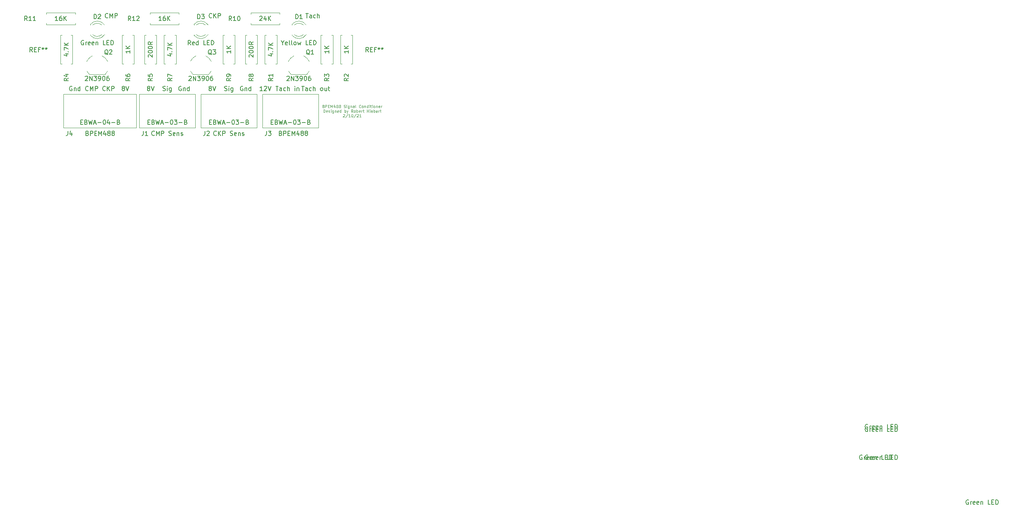
<source format=gbr>
%TF.GenerationSoftware,KiCad,Pcbnew,(5.1.6)-1*%
%TF.CreationDate,2021-02-12T11:45:35-08:00*%
%TF.ProjectId,CMP-CKP-Tach Signal Conditioner,434d502d-434b-4502-9d54-616368205369,rev?*%
%TF.SameCoordinates,Original*%
%TF.FileFunction,Legend,Top*%
%TF.FilePolarity,Positive*%
%FSLAX46Y46*%
G04 Gerber Fmt 4.6, Leading zero omitted, Abs format (unit mm)*
G04 Created by KiCad (PCBNEW (5.1.6)-1) date 2021-02-12 11:45:35*
%MOMM*%
%LPD*%
G01*
G04 APERTURE LIST*
%ADD10C,0.150000*%
%ADD11C,0.101600*%
%ADD12C,0.120000*%
G04 APERTURE END LIST*
D10*
X212074523Y-109307380D02*
X212645952Y-109307380D01*
X212360238Y-110307380D02*
X212360238Y-109307380D01*
X213407857Y-110307380D02*
X213407857Y-109783571D01*
X213360238Y-109688333D01*
X213265000Y-109640714D01*
X213074523Y-109640714D01*
X212979285Y-109688333D01*
X213407857Y-110259761D02*
X213312619Y-110307380D01*
X213074523Y-110307380D01*
X212979285Y-110259761D01*
X212931666Y-110164523D01*
X212931666Y-110069285D01*
X212979285Y-109974047D01*
X213074523Y-109926428D01*
X213312619Y-109926428D01*
X213407857Y-109878809D01*
X214312619Y-110259761D02*
X214217380Y-110307380D01*
X214026904Y-110307380D01*
X213931666Y-110259761D01*
X213884047Y-110212142D01*
X213836428Y-110116904D01*
X213836428Y-109831190D01*
X213884047Y-109735952D01*
X213931666Y-109688333D01*
X214026904Y-109640714D01*
X214217380Y-109640714D01*
X214312619Y-109688333D01*
X214741190Y-110307380D02*
X214741190Y-109307380D01*
X215169761Y-110307380D02*
X215169761Y-109783571D01*
X215122142Y-109688333D01*
X215026904Y-109640714D01*
X214884047Y-109640714D01*
X214788809Y-109688333D01*
X214741190Y-109735952D01*
X216550714Y-110307380D02*
X216455476Y-110259761D01*
X216407857Y-110212142D01*
X216360238Y-110116904D01*
X216360238Y-109831190D01*
X216407857Y-109735952D01*
X216455476Y-109688333D01*
X216550714Y-109640714D01*
X216693571Y-109640714D01*
X216788809Y-109688333D01*
X216836428Y-109735952D01*
X216884047Y-109831190D01*
X216884047Y-110116904D01*
X216836428Y-110212142D01*
X216788809Y-110259761D01*
X216693571Y-110307380D01*
X216550714Y-110307380D01*
X217741190Y-109640714D02*
X217741190Y-110307380D01*
X217312619Y-109640714D02*
X217312619Y-110164523D01*
X217360238Y-110259761D01*
X217455476Y-110307380D01*
X217598333Y-110307380D01*
X217693571Y-110259761D01*
X217741190Y-110212142D01*
X218074523Y-109640714D02*
X218455476Y-109640714D01*
X218217380Y-109307380D02*
X218217380Y-110164523D01*
X218265000Y-110259761D01*
X218360238Y-110307380D01*
X218455476Y-110307380D01*
X206224523Y-109307380D02*
X206795952Y-109307380D01*
X206510238Y-110307380D02*
X206510238Y-109307380D01*
X207557857Y-110307380D02*
X207557857Y-109783571D01*
X207510238Y-109688333D01*
X207415000Y-109640714D01*
X207224523Y-109640714D01*
X207129285Y-109688333D01*
X207557857Y-110259761D02*
X207462619Y-110307380D01*
X207224523Y-110307380D01*
X207129285Y-110259761D01*
X207081666Y-110164523D01*
X207081666Y-110069285D01*
X207129285Y-109974047D01*
X207224523Y-109926428D01*
X207462619Y-109926428D01*
X207557857Y-109878809D01*
X208462619Y-110259761D02*
X208367380Y-110307380D01*
X208176904Y-110307380D01*
X208081666Y-110259761D01*
X208034047Y-110212142D01*
X207986428Y-110116904D01*
X207986428Y-109831190D01*
X208034047Y-109735952D01*
X208081666Y-109688333D01*
X208176904Y-109640714D01*
X208367380Y-109640714D01*
X208462619Y-109688333D01*
X208891190Y-110307380D02*
X208891190Y-109307380D01*
X209319761Y-110307380D02*
X209319761Y-109783571D01*
X209272142Y-109688333D01*
X209176904Y-109640714D01*
X209034047Y-109640714D01*
X208938809Y-109688333D01*
X208891190Y-109735952D01*
X210557857Y-110307380D02*
X210557857Y-109640714D01*
X210557857Y-109307380D02*
X210510238Y-109355000D01*
X210557857Y-109402619D01*
X210605476Y-109355000D01*
X210557857Y-109307380D01*
X210557857Y-109402619D01*
X211034047Y-109640714D02*
X211034047Y-110307380D01*
X211034047Y-109735952D02*
X211081666Y-109688333D01*
X211176904Y-109640714D01*
X211319761Y-109640714D01*
X211415000Y-109688333D01*
X211462619Y-109783571D01*
X211462619Y-110307380D01*
X203215952Y-110307380D02*
X202644523Y-110307380D01*
X202930238Y-110307380D02*
X202930238Y-109307380D01*
X202835000Y-109450238D01*
X202739761Y-109545476D01*
X202644523Y-109593095D01*
X203596904Y-109402619D02*
X203644523Y-109355000D01*
X203739761Y-109307380D01*
X203977857Y-109307380D01*
X204073095Y-109355000D01*
X204120714Y-109402619D01*
X204168333Y-109497857D01*
X204168333Y-109593095D01*
X204120714Y-109735952D01*
X203549285Y-110307380D01*
X204168333Y-110307380D01*
X204454047Y-109307380D02*
X204787380Y-110307380D01*
X205120714Y-109307380D01*
X213010952Y-92797380D02*
X213582380Y-92797380D01*
X213296666Y-93797380D02*
X213296666Y-92797380D01*
X214344285Y-93797380D02*
X214344285Y-93273571D01*
X214296666Y-93178333D01*
X214201428Y-93130714D01*
X214010952Y-93130714D01*
X213915714Y-93178333D01*
X214344285Y-93749761D02*
X214249047Y-93797380D01*
X214010952Y-93797380D01*
X213915714Y-93749761D01*
X213868095Y-93654523D01*
X213868095Y-93559285D01*
X213915714Y-93464047D01*
X214010952Y-93416428D01*
X214249047Y-93416428D01*
X214344285Y-93368809D01*
X215249047Y-93749761D02*
X215153809Y-93797380D01*
X214963333Y-93797380D01*
X214868095Y-93749761D01*
X214820476Y-93702142D01*
X214772857Y-93606904D01*
X214772857Y-93321190D01*
X214820476Y-93225952D01*
X214868095Y-93178333D01*
X214963333Y-93130714D01*
X215153809Y-93130714D01*
X215249047Y-93178333D01*
X215677619Y-93797380D02*
X215677619Y-92797380D01*
X216106190Y-93797380D02*
X216106190Y-93273571D01*
X216058571Y-93178333D01*
X215963333Y-93130714D01*
X215820476Y-93130714D01*
X215725238Y-93178333D01*
X215677619Y-93225952D01*
X191714523Y-93702142D02*
X191666904Y-93749761D01*
X191524047Y-93797380D01*
X191428809Y-93797380D01*
X191285952Y-93749761D01*
X191190714Y-93654523D01*
X191143095Y-93559285D01*
X191095476Y-93368809D01*
X191095476Y-93225952D01*
X191143095Y-93035476D01*
X191190714Y-92940238D01*
X191285952Y-92845000D01*
X191428809Y-92797380D01*
X191524047Y-92797380D01*
X191666904Y-92845000D01*
X191714523Y-92892619D01*
X192143095Y-93797380D02*
X192143095Y-92797380D01*
X192714523Y-93797380D02*
X192285952Y-93225952D01*
X192714523Y-92797380D02*
X192143095Y-93368809D01*
X193143095Y-93797380D02*
X193143095Y-92797380D01*
X193524047Y-92797380D01*
X193619285Y-92845000D01*
X193666904Y-92892619D01*
X193714523Y-92987857D01*
X193714523Y-93130714D01*
X193666904Y-93225952D01*
X193619285Y-93273571D01*
X193524047Y-93321190D01*
X193143095Y-93321190D01*
X168148095Y-93702142D02*
X168100476Y-93749761D01*
X167957619Y-93797380D01*
X167862380Y-93797380D01*
X167719523Y-93749761D01*
X167624285Y-93654523D01*
X167576666Y-93559285D01*
X167529047Y-93368809D01*
X167529047Y-93225952D01*
X167576666Y-93035476D01*
X167624285Y-92940238D01*
X167719523Y-92845000D01*
X167862380Y-92797380D01*
X167957619Y-92797380D01*
X168100476Y-92845000D01*
X168148095Y-92892619D01*
X168576666Y-93797380D02*
X168576666Y-92797380D01*
X168910000Y-93511666D01*
X169243333Y-92797380D01*
X169243333Y-93797380D01*
X169719523Y-93797380D02*
X169719523Y-92797380D01*
X170100476Y-92797380D01*
X170195714Y-92845000D01*
X170243333Y-92892619D01*
X170290952Y-92987857D01*
X170290952Y-93130714D01*
X170243333Y-93225952D01*
X170195714Y-93273571D01*
X170100476Y-93321190D01*
X169719523Y-93321190D01*
D11*
X217018809Y-113835542D02*
X217109523Y-113865780D01*
X217139761Y-113896019D01*
X217170000Y-113956495D01*
X217170000Y-114047209D01*
X217139761Y-114107685D01*
X217109523Y-114137923D01*
X217049047Y-114168161D01*
X216807142Y-114168161D01*
X216807142Y-113533161D01*
X217018809Y-113533161D01*
X217079285Y-113563400D01*
X217109523Y-113593638D01*
X217139761Y-113654114D01*
X217139761Y-113714590D01*
X217109523Y-113775066D01*
X217079285Y-113805304D01*
X217018809Y-113835542D01*
X216807142Y-113835542D01*
X217442142Y-114168161D02*
X217442142Y-113533161D01*
X217684047Y-113533161D01*
X217744523Y-113563400D01*
X217774761Y-113593638D01*
X217805000Y-113654114D01*
X217805000Y-113744828D01*
X217774761Y-113805304D01*
X217744523Y-113835542D01*
X217684047Y-113865780D01*
X217442142Y-113865780D01*
X218077142Y-113835542D02*
X218288809Y-113835542D01*
X218379523Y-114168161D02*
X218077142Y-114168161D01*
X218077142Y-113533161D01*
X218379523Y-113533161D01*
X218651666Y-114168161D02*
X218651666Y-113533161D01*
X218863333Y-113986733D01*
X219075000Y-113533161D01*
X219075000Y-114168161D01*
X219649523Y-113744828D02*
X219649523Y-114168161D01*
X219498333Y-113502923D02*
X219347142Y-113956495D01*
X219740238Y-113956495D01*
X220072857Y-113805304D02*
X220012380Y-113775066D01*
X219982142Y-113744828D01*
X219951904Y-113684352D01*
X219951904Y-113654114D01*
X219982142Y-113593638D01*
X220012380Y-113563400D01*
X220072857Y-113533161D01*
X220193809Y-113533161D01*
X220254285Y-113563400D01*
X220284523Y-113593638D01*
X220314761Y-113654114D01*
X220314761Y-113684352D01*
X220284523Y-113744828D01*
X220254285Y-113775066D01*
X220193809Y-113805304D01*
X220072857Y-113805304D01*
X220012380Y-113835542D01*
X219982142Y-113865780D01*
X219951904Y-113926257D01*
X219951904Y-114047209D01*
X219982142Y-114107685D01*
X220012380Y-114137923D01*
X220072857Y-114168161D01*
X220193809Y-114168161D01*
X220254285Y-114137923D01*
X220284523Y-114107685D01*
X220314761Y-114047209D01*
X220314761Y-113926257D01*
X220284523Y-113865780D01*
X220254285Y-113835542D01*
X220193809Y-113805304D01*
X220677619Y-113805304D02*
X220617142Y-113775066D01*
X220586904Y-113744828D01*
X220556666Y-113684352D01*
X220556666Y-113654114D01*
X220586904Y-113593638D01*
X220617142Y-113563400D01*
X220677619Y-113533161D01*
X220798571Y-113533161D01*
X220859047Y-113563400D01*
X220889285Y-113593638D01*
X220919523Y-113654114D01*
X220919523Y-113684352D01*
X220889285Y-113744828D01*
X220859047Y-113775066D01*
X220798571Y-113805304D01*
X220677619Y-113805304D01*
X220617142Y-113835542D01*
X220586904Y-113865780D01*
X220556666Y-113926257D01*
X220556666Y-114047209D01*
X220586904Y-114107685D01*
X220617142Y-114137923D01*
X220677619Y-114168161D01*
X220798571Y-114168161D01*
X220859047Y-114137923D01*
X220889285Y-114107685D01*
X220919523Y-114047209D01*
X220919523Y-113926257D01*
X220889285Y-113865780D01*
X220859047Y-113835542D01*
X220798571Y-113805304D01*
X221645238Y-114137923D02*
X221735952Y-114168161D01*
X221887142Y-114168161D01*
X221947619Y-114137923D01*
X221977857Y-114107685D01*
X222008095Y-114047209D01*
X222008095Y-113986733D01*
X221977857Y-113926257D01*
X221947619Y-113896019D01*
X221887142Y-113865780D01*
X221766190Y-113835542D01*
X221705714Y-113805304D01*
X221675476Y-113775066D01*
X221645238Y-113714590D01*
X221645238Y-113654114D01*
X221675476Y-113593638D01*
X221705714Y-113563400D01*
X221766190Y-113533161D01*
X221917380Y-113533161D01*
X222008095Y-113563400D01*
X222280238Y-114168161D02*
X222280238Y-113744828D01*
X222280238Y-113533161D02*
X222250000Y-113563400D01*
X222280238Y-113593638D01*
X222310476Y-113563400D01*
X222280238Y-113533161D01*
X222280238Y-113593638D01*
X222854761Y-113744828D02*
X222854761Y-114258876D01*
X222824523Y-114319352D01*
X222794285Y-114349590D01*
X222733809Y-114379828D01*
X222643095Y-114379828D01*
X222582619Y-114349590D01*
X222854761Y-114137923D02*
X222794285Y-114168161D01*
X222673333Y-114168161D01*
X222612857Y-114137923D01*
X222582619Y-114107685D01*
X222552380Y-114047209D01*
X222552380Y-113865780D01*
X222582619Y-113805304D01*
X222612857Y-113775066D01*
X222673333Y-113744828D01*
X222794285Y-113744828D01*
X222854761Y-113775066D01*
X223157142Y-113744828D02*
X223157142Y-114168161D01*
X223157142Y-113805304D02*
X223187380Y-113775066D01*
X223247857Y-113744828D01*
X223338571Y-113744828D01*
X223399047Y-113775066D01*
X223429285Y-113835542D01*
X223429285Y-114168161D01*
X224003809Y-114168161D02*
X224003809Y-113835542D01*
X223973571Y-113775066D01*
X223913095Y-113744828D01*
X223792142Y-113744828D01*
X223731666Y-113775066D01*
X224003809Y-114137923D02*
X223943333Y-114168161D01*
X223792142Y-114168161D01*
X223731666Y-114137923D01*
X223701428Y-114077447D01*
X223701428Y-114016971D01*
X223731666Y-113956495D01*
X223792142Y-113926257D01*
X223943333Y-113926257D01*
X224003809Y-113896019D01*
X224396904Y-114168161D02*
X224336428Y-114137923D01*
X224306190Y-114077447D01*
X224306190Y-113533161D01*
X225485476Y-114107685D02*
X225455238Y-114137923D01*
X225364523Y-114168161D01*
X225304047Y-114168161D01*
X225213333Y-114137923D01*
X225152857Y-114077447D01*
X225122619Y-114016971D01*
X225092380Y-113896019D01*
X225092380Y-113805304D01*
X225122619Y-113684352D01*
X225152857Y-113623876D01*
X225213333Y-113563400D01*
X225304047Y-113533161D01*
X225364523Y-113533161D01*
X225455238Y-113563400D01*
X225485476Y-113593638D01*
X225848333Y-114168161D02*
X225787857Y-114137923D01*
X225757619Y-114107685D01*
X225727380Y-114047209D01*
X225727380Y-113865780D01*
X225757619Y-113805304D01*
X225787857Y-113775066D01*
X225848333Y-113744828D01*
X225939047Y-113744828D01*
X225999523Y-113775066D01*
X226029761Y-113805304D01*
X226060000Y-113865780D01*
X226060000Y-114047209D01*
X226029761Y-114107685D01*
X225999523Y-114137923D01*
X225939047Y-114168161D01*
X225848333Y-114168161D01*
X226332142Y-113744828D02*
X226332142Y-114168161D01*
X226332142Y-113805304D02*
X226362380Y-113775066D01*
X226422857Y-113744828D01*
X226513571Y-113744828D01*
X226574047Y-113775066D01*
X226604285Y-113835542D01*
X226604285Y-114168161D01*
X227178809Y-114168161D02*
X227178809Y-113533161D01*
X227178809Y-114137923D02*
X227118333Y-114168161D01*
X226997380Y-114168161D01*
X226936904Y-114137923D01*
X226906666Y-114107685D01*
X226876428Y-114047209D01*
X226876428Y-113865780D01*
X226906666Y-113805304D01*
X226936904Y-113775066D01*
X226997380Y-113744828D01*
X227118333Y-113744828D01*
X227178809Y-113775066D01*
X227481190Y-114168161D02*
X227481190Y-113744828D01*
X227481190Y-113533161D02*
X227450952Y-113563400D01*
X227481190Y-113593638D01*
X227511428Y-113563400D01*
X227481190Y-113533161D01*
X227481190Y-113593638D01*
X227692857Y-113744828D02*
X227934761Y-113744828D01*
X227783571Y-113533161D02*
X227783571Y-114077447D01*
X227813809Y-114137923D01*
X227874285Y-114168161D01*
X227934761Y-114168161D01*
X228146428Y-114168161D02*
X228146428Y-113744828D01*
X228146428Y-113533161D02*
X228116190Y-113563400D01*
X228146428Y-113593638D01*
X228176666Y-113563400D01*
X228146428Y-113533161D01*
X228146428Y-113593638D01*
X228539523Y-114168161D02*
X228479047Y-114137923D01*
X228448809Y-114107685D01*
X228418571Y-114047209D01*
X228418571Y-113865780D01*
X228448809Y-113805304D01*
X228479047Y-113775066D01*
X228539523Y-113744828D01*
X228630238Y-113744828D01*
X228690714Y-113775066D01*
X228720952Y-113805304D01*
X228751190Y-113865780D01*
X228751190Y-114047209D01*
X228720952Y-114107685D01*
X228690714Y-114137923D01*
X228630238Y-114168161D01*
X228539523Y-114168161D01*
X229023333Y-113744828D02*
X229023333Y-114168161D01*
X229023333Y-113805304D02*
X229053571Y-113775066D01*
X229114047Y-113744828D01*
X229204761Y-113744828D01*
X229265238Y-113775066D01*
X229295476Y-113835542D01*
X229295476Y-114168161D01*
X229839761Y-114137923D02*
X229779285Y-114168161D01*
X229658333Y-114168161D01*
X229597857Y-114137923D01*
X229567619Y-114077447D01*
X229567619Y-113835542D01*
X229597857Y-113775066D01*
X229658333Y-113744828D01*
X229779285Y-113744828D01*
X229839761Y-113775066D01*
X229870000Y-113835542D01*
X229870000Y-113896019D01*
X229567619Y-113956495D01*
X230142142Y-114168161D02*
X230142142Y-113744828D01*
X230142142Y-113865780D02*
X230172380Y-113805304D01*
X230202619Y-113775066D01*
X230263095Y-113744828D01*
X230323571Y-113744828D01*
X217049047Y-115222261D02*
X217049047Y-114587261D01*
X217200238Y-114587261D01*
X217290952Y-114617500D01*
X217351428Y-114677976D01*
X217381666Y-114738452D01*
X217411904Y-114859404D01*
X217411904Y-114950119D01*
X217381666Y-115071071D01*
X217351428Y-115131547D01*
X217290952Y-115192023D01*
X217200238Y-115222261D01*
X217049047Y-115222261D01*
X217925952Y-115192023D02*
X217865476Y-115222261D01*
X217744523Y-115222261D01*
X217684047Y-115192023D01*
X217653809Y-115131547D01*
X217653809Y-114889642D01*
X217684047Y-114829166D01*
X217744523Y-114798928D01*
X217865476Y-114798928D01*
X217925952Y-114829166D01*
X217956190Y-114889642D01*
X217956190Y-114950119D01*
X217653809Y-115010595D01*
X218198095Y-115192023D02*
X218258571Y-115222261D01*
X218379523Y-115222261D01*
X218440000Y-115192023D01*
X218470238Y-115131547D01*
X218470238Y-115101309D01*
X218440000Y-115040833D01*
X218379523Y-115010595D01*
X218288809Y-115010595D01*
X218228333Y-114980357D01*
X218198095Y-114919880D01*
X218198095Y-114889642D01*
X218228333Y-114829166D01*
X218288809Y-114798928D01*
X218379523Y-114798928D01*
X218440000Y-114829166D01*
X218742380Y-115222261D02*
X218742380Y-114798928D01*
X218742380Y-114587261D02*
X218712142Y-114617500D01*
X218742380Y-114647738D01*
X218772619Y-114617500D01*
X218742380Y-114587261D01*
X218742380Y-114647738D01*
X219316904Y-114798928D02*
X219316904Y-115312976D01*
X219286666Y-115373452D01*
X219256428Y-115403690D01*
X219195952Y-115433928D01*
X219105238Y-115433928D01*
X219044761Y-115403690D01*
X219316904Y-115192023D02*
X219256428Y-115222261D01*
X219135476Y-115222261D01*
X219075000Y-115192023D01*
X219044761Y-115161785D01*
X219014523Y-115101309D01*
X219014523Y-114919880D01*
X219044761Y-114859404D01*
X219075000Y-114829166D01*
X219135476Y-114798928D01*
X219256428Y-114798928D01*
X219316904Y-114829166D01*
X219619285Y-114798928D02*
X219619285Y-115222261D01*
X219619285Y-114859404D02*
X219649523Y-114829166D01*
X219710000Y-114798928D01*
X219800714Y-114798928D01*
X219861190Y-114829166D01*
X219891428Y-114889642D01*
X219891428Y-115222261D01*
X220435714Y-115192023D02*
X220375238Y-115222261D01*
X220254285Y-115222261D01*
X220193809Y-115192023D01*
X220163571Y-115131547D01*
X220163571Y-114889642D01*
X220193809Y-114829166D01*
X220254285Y-114798928D01*
X220375238Y-114798928D01*
X220435714Y-114829166D01*
X220465952Y-114889642D01*
X220465952Y-114950119D01*
X220163571Y-115010595D01*
X221010238Y-115222261D02*
X221010238Y-114587261D01*
X221010238Y-115192023D02*
X220949761Y-115222261D01*
X220828809Y-115222261D01*
X220768333Y-115192023D01*
X220738095Y-115161785D01*
X220707857Y-115101309D01*
X220707857Y-114919880D01*
X220738095Y-114859404D01*
X220768333Y-114829166D01*
X220828809Y-114798928D01*
X220949761Y-114798928D01*
X221010238Y-114829166D01*
X221796428Y-115222261D02*
X221796428Y-114587261D01*
X221796428Y-114829166D02*
X221856904Y-114798928D01*
X221977857Y-114798928D01*
X222038333Y-114829166D01*
X222068571Y-114859404D01*
X222098809Y-114919880D01*
X222098809Y-115101309D01*
X222068571Y-115161785D01*
X222038333Y-115192023D01*
X221977857Y-115222261D01*
X221856904Y-115222261D01*
X221796428Y-115192023D01*
X222310476Y-114798928D02*
X222461666Y-115222261D01*
X222612857Y-114798928D02*
X222461666Y-115222261D01*
X222401190Y-115373452D01*
X222370952Y-115403690D01*
X222310476Y-115433928D01*
X223701428Y-115222261D02*
X223489761Y-114919880D01*
X223338571Y-115222261D02*
X223338571Y-114587261D01*
X223580476Y-114587261D01*
X223640952Y-114617500D01*
X223671190Y-114647738D01*
X223701428Y-114708214D01*
X223701428Y-114798928D01*
X223671190Y-114859404D01*
X223640952Y-114889642D01*
X223580476Y-114919880D01*
X223338571Y-114919880D01*
X224064285Y-115222261D02*
X224003809Y-115192023D01*
X223973571Y-115161785D01*
X223943333Y-115101309D01*
X223943333Y-114919880D01*
X223973571Y-114859404D01*
X224003809Y-114829166D01*
X224064285Y-114798928D01*
X224155000Y-114798928D01*
X224215476Y-114829166D01*
X224245714Y-114859404D01*
X224275952Y-114919880D01*
X224275952Y-115101309D01*
X224245714Y-115161785D01*
X224215476Y-115192023D01*
X224155000Y-115222261D01*
X224064285Y-115222261D01*
X224548095Y-115222261D02*
X224548095Y-114587261D01*
X224548095Y-114829166D02*
X224608571Y-114798928D01*
X224729523Y-114798928D01*
X224790000Y-114829166D01*
X224820238Y-114859404D01*
X224850476Y-114919880D01*
X224850476Y-115101309D01*
X224820238Y-115161785D01*
X224790000Y-115192023D01*
X224729523Y-115222261D01*
X224608571Y-115222261D01*
X224548095Y-115192023D01*
X225364523Y-115192023D02*
X225304047Y-115222261D01*
X225183095Y-115222261D01*
X225122619Y-115192023D01*
X225092380Y-115131547D01*
X225092380Y-114889642D01*
X225122619Y-114829166D01*
X225183095Y-114798928D01*
X225304047Y-114798928D01*
X225364523Y-114829166D01*
X225394761Y-114889642D01*
X225394761Y-114950119D01*
X225092380Y-115010595D01*
X225666904Y-115222261D02*
X225666904Y-114798928D01*
X225666904Y-114919880D02*
X225697142Y-114859404D01*
X225727380Y-114829166D01*
X225787857Y-114798928D01*
X225848333Y-114798928D01*
X225969285Y-114798928D02*
X226211190Y-114798928D01*
X226060000Y-114587261D02*
X226060000Y-115131547D01*
X226090238Y-115192023D01*
X226150714Y-115222261D01*
X226211190Y-115222261D01*
X226906666Y-115222261D02*
X226906666Y-114587261D01*
X226906666Y-114889642D02*
X227269523Y-114889642D01*
X227269523Y-115222261D02*
X227269523Y-114587261D01*
X227571904Y-115222261D02*
X227571904Y-114798928D01*
X227571904Y-114587261D02*
X227541666Y-114617500D01*
X227571904Y-114647738D01*
X227602142Y-114617500D01*
X227571904Y-114587261D01*
X227571904Y-114647738D01*
X228116190Y-115192023D02*
X228055714Y-115222261D01*
X227934761Y-115222261D01*
X227874285Y-115192023D01*
X227844047Y-115131547D01*
X227844047Y-114889642D01*
X227874285Y-114829166D01*
X227934761Y-114798928D01*
X228055714Y-114798928D01*
X228116190Y-114829166D01*
X228146428Y-114889642D01*
X228146428Y-114950119D01*
X227844047Y-115010595D01*
X228418571Y-115222261D02*
X228418571Y-114587261D01*
X228418571Y-114829166D02*
X228479047Y-114798928D01*
X228600000Y-114798928D01*
X228660476Y-114829166D01*
X228690714Y-114859404D01*
X228720952Y-114919880D01*
X228720952Y-115101309D01*
X228690714Y-115161785D01*
X228660476Y-115192023D01*
X228600000Y-115222261D01*
X228479047Y-115222261D01*
X228418571Y-115192023D01*
X229235000Y-115192023D02*
X229174523Y-115222261D01*
X229053571Y-115222261D01*
X228993095Y-115192023D01*
X228962857Y-115131547D01*
X228962857Y-114889642D01*
X228993095Y-114829166D01*
X229053571Y-114798928D01*
X229174523Y-114798928D01*
X229235000Y-114829166D01*
X229265238Y-114889642D01*
X229265238Y-114950119D01*
X228962857Y-115010595D01*
X229537380Y-115222261D02*
X229537380Y-114798928D01*
X229537380Y-114919880D02*
X229567619Y-114859404D01*
X229597857Y-114829166D01*
X229658333Y-114798928D01*
X229718809Y-114798928D01*
X229839761Y-114798928D02*
X230081666Y-114798928D01*
X229930476Y-114587261D02*
X229930476Y-115131547D01*
X229960714Y-115192023D01*
X230021190Y-115222261D01*
X230081666Y-115222261D01*
X221463809Y-115701838D02*
X221494047Y-115671600D01*
X221554523Y-115641361D01*
X221705714Y-115641361D01*
X221766190Y-115671600D01*
X221796428Y-115701838D01*
X221826666Y-115762314D01*
X221826666Y-115822790D01*
X221796428Y-115913504D01*
X221433571Y-116276361D01*
X221826666Y-116276361D01*
X222552380Y-115611123D02*
X222008095Y-116427552D01*
X223096666Y-116276361D02*
X222733809Y-116276361D01*
X222915238Y-116276361D02*
X222915238Y-115641361D01*
X222854761Y-115732076D01*
X222794285Y-115792552D01*
X222733809Y-115822790D01*
X223489761Y-115641361D02*
X223550238Y-115641361D01*
X223610714Y-115671600D01*
X223640952Y-115701838D01*
X223671190Y-115762314D01*
X223701428Y-115883266D01*
X223701428Y-116034457D01*
X223671190Y-116155409D01*
X223640952Y-116215885D01*
X223610714Y-116246123D01*
X223550238Y-116276361D01*
X223489761Y-116276361D01*
X223429285Y-116246123D01*
X223399047Y-116215885D01*
X223368809Y-116155409D01*
X223338571Y-116034457D01*
X223338571Y-115883266D01*
X223368809Y-115762314D01*
X223399047Y-115701838D01*
X223429285Y-115671600D01*
X223489761Y-115641361D01*
X224427142Y-115611123D02*
X223882857Y-116427552D01*
X224608571Y-115701838D02*
X224638809Y-115671600D01*
X224699285Y-115641361D01*
X224850476Y-115641361D01*
X224910952Y-115671600D01*
X224941190Y-115701838D01*
X224971428Y-115762314D01*
X224971428Y-115822790D01*
X224941190Y-115913504D01*
X224578333Y-116276361D01*
X224971428Y-116276361D01*
X225576190Y-116276361D02*
X225213333Y-116276361D01*
X225394761Y-116276361D02*
X225394761Y-115641361D01*
X225334285Y-115732076D01*
X225273809Y-115792552D01*
X225213333Y-115822790D01*
D10*
X207304047Y-119943571D02*
X207446904Y-119991190D01*
X207494523Y-120038809D01*
X207542142Y-120134047D01*
X207542142Y-120276904D01*
X207494523Y-120372142D01*
X207446904Y-120419761D01*
X207351666Y-120467380D01*
X206970714Y-120467380D01*
X206970714Y-119467380D01*
X207304047Y-119467380D01*
X207399285Y-119515000D01*
X207446904Y-119562619D01*
X207494523Y-119657857D01*
X207494523Y-119753095D01*
X207446904Y-119848333D01*
X207399285Y-119895952D01*
X207304047Y-119943571D01*
X206970714Y-119943571D01*
X207970714Y-120467380D02*
X207970714Y-119467380D01*
X208351666Y-119467380D01*
X208446904Y-119515000D01*
X208494523Y-119562619D01*
X208542142Y-119657857D01*
X208542142Y-119800714D01*
X208494523Y-119895952D01*
X208446904Y-119943571D01*
X208351666Y-119991190D01*
X207970714Y-119991190D01*
X208970714Y-119943571D02*
X209304047Y-119943571D01*
X209446904Y-120467380D02*
X208970714Y-120467380D01*
X208970714Y-119467380D01*
X209446904Y-119467380D01*
X209875476Y-120467380D02*
X209875476Y-119467380D01*
X210208809Y-120181666D01*
X210542142Y-119467380D01*
X210542142Y-120467380D01*
X211446904Y-119800714D02*
X211446904Y-120467380D01*
X211208809Y-119419761D02*
X210970714Y-120134047D01*
X211589761Y-120134047D01*
X212113571Y-119895952D02*
X212018333Y-119848333D01*
X211970714Y-119800714D01*
X211923095Y-119705476D01*
X211923095Y-119657857D01*
X211970714Y-119562619D01*
X212018333Y-119515000D01*
X212113571Y-119467380D01*
X212304047Y-119467380D01*
X212399285Y-119515000D01*
X212446904Y-119562619D01*
X212494523Y-119657857D01*
X212494523Y-119705476D01*
X212446904Y-119800714D01*
X212399285Y-119848333D01*
X212304047Y-119895952D01*
X212113571Y-119895952D01*
X212018333Y-119943571D01*
X211970714Y-119991190D01*
X211923095Y-120086428D01*
X211923095Y-120276904D01*
X211970714Y-120372142D01*
X212018333Y-120419761D01*
X212113571Y-120467380D01*
X212304047Y-120467380D01*
X212399285Y-120419761D01*
X212446904Y-120372142D01*
X212494523Y-120276904D01*
X212494523Y-120086428D01*
X212446904Y-119991190D01*
X212399285Y-119943571D01*
X212304047Y-119895952D01*
X213065952Y-119895952D02*
X212970714Y-119848333D01*
X212923095Y-119800714D01*
X212875476Y-119705476D01*
X212875476Y-119657857D01*
X212923095Y-119562619D01*
X212970714Y-119515000D01*
X213065952Y-119467380D01*
X213256428Y-119467380D01*
X213351666Y-119515000D01*
X213399285Y-119562619D01*
X213446904Y-119657857D01*
X213446904Y-119705476D01*
X213399285Y-119800714D01*
X213351666Y-119848333D01*
X213256428Y-119895952D01*
X213065952Y-119895952D01*
X212970714Y-119943571D01*
X212923095Y-119991190D01*
X212875476Y-120086428D01*
X212875476Y-120276904D01*
X212923095Y-120372142D01*
X212970714Y-120419761D01*
X213065952Y-120467380D01*
X213256428Y-120467380D01*
X213351666Y-120419761D01*
X213399285Y-120372142D01*
X213446904Y-120276904D01*
X213446904Y-120086428D01*
X213399285Y-119991190D01*
X213351666Y-119943571D01*
X213256428Y-119895952D01*
X163489047Y-119943571D02*
X163631904Y-119991190D01*
X163679523Y-120038809D01*
X163727142Y-120134047D01*
X163727142Y-120276904D01*
X163679523Y-120372142D01*
X163631904Y-120419761D01*
X163536666Y-120467380D01*
X163155714Y-120467380D01*
X163155714Y-119467380D01*
X163489047Y-119467380D01*
X163584285Y-119515000D01*
X163631904Y-119562619D01*
X163679523Y-119657857D01*
X163679523Y-119753095D01*
X163631904Y-119848333D01*
X163584285Y-119895952D01*
X163489047Y-119943571D01*
X163155714Y-119943571D01*
X164155714Y-120467380D02*
X164155714Y-119467380D01*
X164536666Y-119467380D01*
X164631904Y-119515000D01*
X164679523Y-119562619D01*
X164727142Y-119657857D01*
X164727142Y-119800714D01*
X164679523Y-119895952D01*
X164631904Y-119943571D01*
X164536666Y-119991190D01*
X164155714Y-119991190D01*
X165155714Y-119943571D02*
X165489047Y-119943571D01*
X165631904Y-120467380D02*
X165155714Y-120467380D01*
X165155714Y-119467380D01*
X165631904Y-119467380D01*
X166060476Y-120467380D02*
X166060476Y-119467380D01*
X166393809Y-120181666D01*
X166727142Y-119467380D01*
X166727142Y-120467380D01*
X167631904Y-119800714D02*
X167631904Y-120467380D01*
X167393809Y-119419761D02*
X167155714Y-120134047D01*
X167774761Y-120134047D01*
X168298571Y-119895952D02*
X168203333Y-119848333D01*
X168155714Y-119800714D01*
X168108095Y-119705476D01*
X168108095Y-119657857D01*
X168155714Y-119562619D01*
X168203333Y-119515000D01*
X168298571Y-119467380D01*
X168489047Y-119467380D01*
X168584285Y-119515000D01*
X168631904Y-119562619D01*
X168679523Y-119657857D01*
X168679523Y-119705476D01*
X168631904Y-119800714D01*
X168584285Y-119848333D01*
X168489047Y-119895952D01*
X168298571Y-119895952D01*
X168203333Y-119943571D01*
X168155714Y-119991190D01*
X168108095Y-120086428D01*
X168108095Y-120276904D01*
X168155714Y-120372142D01*
X168203333Y-120419761D01*
X168298571Y-120467380D01*
X168489047Y-120467380D01*
X168584285Y-120419761D01*
X168631904Y-120372142D01*
X168679523Y-120276904D01*
X168679523Y-120086428D01*
X168631904Y-119991190D01*
X168584285Y-119943571D01*
X168489047Y-119895952D01*
X169250952Y-119895952D02*
X169155714Y-119848333D01*
X169108095Y-119800714D01*
X169060476Y-119705476D01*
X169060476Y-119657857D01*
X169108095Y-119562619D01*
X169155714Y-119515000D01*
X169250952Y-119467380D01*
X169441428Y-119467380D01*
X169536666Y-119515000D01*
X169584285Y-119562619D01*
X169631904Y-119657857D01*
X169631904Y-119705476D01*
X169584285Y-119800714D01*
X169536666Y-119848333D01*
X169441428Y-119895952D01*
X169250952Y-119895952D01*
X169155714Y-119943571D01*
X169108095Y-119991190D01*
X169060476Y-120086428D01*
X169060476Y-120276904D01*
X169108095Y-120372142D01*
X169155714Y-120419761D01*
X169250952Y-120467380D01*
X169441428Y-120467380D01*
X169536666Y-120419761D01*
X169584285Y-120372142D01*
X169631904Y-120276904D01*
X169631904Y-120086428D01*
X169584285Y-119991190D01*
X169536666Y-119943571D01*
X169441428Y-119895952D01*
X160012142Y-109355000D02*
X159916904Y-109307380D01*
X159774047Y-109307380D01*
X159631190Y-109355000D01*
X159535952Y-109450238D01*
X159488333Y-109545476D01*
X159440714Y-109735952D01*
X159440714Y-109878809D01*
X159488333Y-110069285D01*
X159535952Y-110164523D01*
X159631190Y-110259761D01*
X159774047Y-110307380D01*
X159869285Y-110307380D01*
X160012142Y-110259761D01*
X160059761Y-110212142D01*
X160059761Y-109878809D01*
X159869285Y-109878809D01*
X160488333Y-109640714D02*
X160488333Y-110307380D01*
X160488333Y-109735952D02*
X160535952Y-109688333D01*
X160631190Y-109640714D01*
X160774047Y-109640714D01*
X160869285Y-109688333D01*
X160916904Y-109783571D01*
X160916904Y-110307380D01*
X161821666Y-110307380D02*
X161821666Y-109307380D01*
X161821666Y-110259761D02*
X161726428Y-110307380D01*
X161535952Y-110307380D01*
X161440714Y-110259761D01*
X161393095Y-110212142D01*
X161345476Y-110116904D01*
X161345476Y-109831190D01*
X161393095Y-109735952D01*
X161440714Y-109688333D01*
X161535952Y-109640714D01*
X161726428Y-109640714D01*
X161821666Y-109688333D01*
X163703095Y-110212142D02*
X163655476Y-110259761D01*
X163512619Y-110307380D01*
X163417380Y-110307380D01*
X163274523Y-110259761D01*
X163179285Y-110164523D01*
X163131666Y-110069285D01*
X163084047Y-109878809D01*
X163084047Y-109735952D01*
X163131666Y-109545476D01*
X163179285Y-109450238D01*
X163274523Y-109355000D01*
X163417380Y-109307380D01*
X163512619Y-109307380D01*
X163655476Y-109355000D01*
X163703095Y-109402619D01*
X164131666Y-110307380D02*
X164131666Y-109307380D01*
X164465000Y-110021666D01*
X164798333Y-109307380D01*
X164798333Y-110307380D01*
X165274523Y-110307380D02*
X165274523Y-109307380D01*
X165655476Y-109307380D01*
X165750714Y-109355000D01*
X165798333Y-109402619D01*
X165845952Y-109497857D01*
X165845952Y-109640714D01*
X165798333Y-109735952D01*
X165750714Y-109783571D01*
X165655476Y-109831190D01*
X165274523Y-109831190D01*
X167584523Y-110212142D02*
X167536904Y-110259761D01*
X167394047Y-110307380D01*
X167298809Y-110307380D01*
X167155952Y-110259761D01*
X167060714Y-110164523D01*
X167013095Y-110069285D01*
X166965476Y-109878809D01*
X166965476Y-109735952D01*
X167013095Y-109545476D01*
X167060714Y-109450238D01*
X167155952Y-109355000D01*
X167298809Y-109307380D01*
X167394047Y-109307380D01*
X167536904Y-109355000D01*
X167584523Y-109402619D01*
X168013095Y-110307380D02*
X168013095Y-109307380D01*
X168584523Y-110307380D02*
X168155952Y-109735952D01*
X168584523Y-109307380D02*
X168013095Y-109878809D01*
X169013095Y-110307380D02*
X169013095Y-109307380D01*
X169394047Y-109307380D01*
X169489285Y-109355000D01*
X169536904Y-109402619D01*
X169584523Y-109497857D01*
X169584523Y-109640714D01*
X169536904Y-109735952D01*
X169489285Y-109783571D01*
X169394047Y-109831190D01*
X169013095Y-109831190D01*
X171561190Y-109735952D02*
X171465952Y-109688333D01*
X171418333Y-109640714D01*
X171370714Y-109545476D01*
X171370714Y-109497857D01*
X171418333Y-109402619D01*
X171465952Y-109355000D01*
X171561190Y-109307380D01*
X171751666Y-109307380D01*
X171846904Y-109355000D01*
X171894523Y-109402619D01*
X171942142Y-109497857D01*
X171942142Y-109545476D01*
X171894523Y-109640714D01*
X171846904Y-109688333D01*
X171751666Y-109735952D01*
X171561190Y-109735952D01*
X171465952Y-109783571D01*
X171418333Y-109831190D01*
X171370714Y-109926428D01*
X171370714Y-110116904D01*
X171418333Y-110212142D01*
X171465952Y-110259761D01*
X171561190Y-110307380D01*
X171751666Y-110307380D01*
X171846904Y-110259761D01*
X171894523Y-110212142D01*
X171942142Y-110116904D01*
X171942142Y-109926428D01*
X171894523Y-109831190D01*
X171846904Y-109783571D01*
X171751666Y-109735952D01*
X172227857Y-109307380D02*
X172561190Y-110307380D01*
X172894523Y-109307380D01*
X178705238Y-120372142D02*
X178657619Y-120419761D01*
X178514761Y-120467380D01*
X178419523Y-120467380D01*
X178276666Y-120419761D01*
X178181428Y-120324523D01*
X178133809Y-120229285D01*
X178086190Y-120038809D01*
X178086190Y-119895952D01*
X178133809Y-119705476D01*
X178181428Y-119610238D01*
X178276666Y-119515000D01*
X178419523Y-119467380D01*
X178514761Y-119467380D01*
X178657619Y-119515000D01*
X178705238Y-119562619D01*
X179133809Y-120467380D02*
X179133809Y-119467380D01*
X179467142Y-120181666D01*
X179800476Y-119467380D01*
X179800476Y-120467380D01*
X180276666Y-120467380D02*
X180276666Y-119467380D01*
X180657619Y-119467380D01*
X180752857Y-119515000D01*
X180800476Y-119562619D01*
X180848095Y-119657857D01*
X180848095Y-119800714D01*
X180800476Y-119895952D01*
X180752857Y-119943571D01*
X180657619Y-119991190D01*
X180276666Y-119991190D01*
X181990952Y-120419761D02*
X182133809Y-120467380D01*
X182371904Y-120467380D01*
X182467142Y-120419761D01*
X182514761Y-120372142D01*
X182562380Y-120276904D01*
X182562380Y-120181666D01*
X182514761Y-120086428D01*
X182467142Y-120038809D01*
X182371904Y-119991190D01*
X182181428Y-119943571D01*
X182086190Y-119895952D01*
X182038571Y-119848333D01*
X181990952Y-119753095D01*
X181990952Y-119657857D01*
X182038571Y-119562619D01*
X182086190Y-119515000D01*
X182181428Y-119467380D01*
X182419523Y-119467380D01*
X182562380Y-119515000D01*
X183371904Y-120419761D02*
X183276666Y-120467380D01*
X183086190Y-120467380D01*
X182990952Y-120419761D01*
X182943333Y-120324523D01*
X182943333Y-119943571D01*
X182990952Y-119848333D01*
X183086190Y-119800714D01*
X183276666Y-119800714D01*
X183371904Y-119848333D01*
X183419523Y-119943571D01*
X183419523Y-120038809D01*
X182943333Y-120134047D01*
X183848095Y-119800714D02*
X183848095Y-120467380D01*
X183848095Y-119895952D02*
X183895714Y-119848333D01*
X183990952Y-119800714D01*
X184133809Y-119800714D01*
X184229047Y-119848333D01*
X184276666Y-119943571D01*
X184276666Y-120467380D01*
X184705238Y-120419761D02*
X184800476Y-120467380D01*
X184990952Y-120467380D01*
X185086190Y-120419761D01*
X185133809Y-120324523D01*
X185133809Y-120276904D01*
X185086190Y-120181666D01*
X184990952Y-120134047D01*
X184848095Y-120134047D01*
X184752857Y-120086428D01*
X184705238Y-119991190D01*
X184705238Y-119943571D01*
X184752857Y-119848333D01*
X184848095Y-119800714D01*
X184990952Y-119800714D01*
X185086190Y-119848333D01*
X192746666Y-120372142D02*
X192699047Y-120419761D01*
X192556190Y-120467380D01*
X192460952Y-120467380D01*
X192318095Y-120419761D01*
X192222857Y-120324523D01*
X192175238Y-120229285D01*
X192127619Y-120038809D01*
X192127619Y-119895952D01*
X192175238Y-119705476D01*
X192222857Y-119610238D01*
X192318095Y-119515000D01*
X192460952Y-119467380D01*
X192556190Y-119467380D01*
X192699047Y-119515000D01*
X192746666Y-119562619D01*
X193175238Y-120467380D02*
X193175238Y-119467380D01*
X193746666Y-120467380D02*
X193318095Y-119895952D01*
X193746666Y-119467380D02*
X193175238Y-120038809D01*
X194175238Y-120467380D02*
X194175238Y-119467380D01*
X194556190Y-119467380D01*
X194651428Y-119515000D01*
X194699047Y-119562619D01*
X194746666Y-119657857D01*
X194746666Y-119800714D01*
X194699047Y-119895952D01*
X194651428Y-119943571D01*
X194556190Y-119991190D01*
X194175238Y-119991190D01*
X195889523Y-120419761D02*
X196032380Y-120467380D01*
X196270476Y-120467380D01*
X196365714Y-120419761D01*
X196413333Y-120372142D01*
X196460952Y-120276904D01*
X196460952Y-120181666D01*
X196413333Y-120086428D01*
X196365714Y-120038809D01*
X196270476Y-119991190D01*
X196080000Y-119943571D01*
X195984761Y-119895952D01*
X195937142Y-119848333D01*
X195889523Y-119753095D01*
X195889523Y-119657857D01*
X195937142Y-119562619D01*
X195984761Y-119515000D01*
X196080000Y-119467380D01*
X196318095Y-119467380D01*
X196460952Y-119515000D01*
X197270476Y-120419761D02*
X197175238Y-120467380D01*
X196984761Y-120467380D01*
X196889523Y-120419761D01*
X196841904Y-120324523D01*
X196841904Y-119943571D01*
X196889523Y-119848333D01*
X196984761Y-119800714D01*
X197175238Y-119800714D01*
X197270476Y-119848333D01*
X197318095Y-119943571D01*
X197318095Y-120038809D01*
X196841904Y-120134047D01*
X197746666Y-119800714D02*
X197746666Y-120467380D01*
X197746666Y-119895952D02*
X197794285Y-119848333D01*
X197889523Y-119800714D01*
X198032380Y-119800714D01*
X198127619Y-119848333D01*
X198175238Y-119943571D01*
X198175238Y-120467380D01*
X198603809Y-120419761D02*
X198699047Y-120467380D01*
X198889523Y-120467380D01*
X198984761Y-120419761D01*
X199032380Y-120324523D01*
X199032380Y-120276904D01*
X198984761Y-120181666D01*
X198889523Y-120134047D01*
X198746666Y-120134047D01*
X198651428Y-120086428D01*
X198603809Y-119991190D01*
X198603809Y-119943571D01*
X198651428Y-119848333D01*
X198746666Y-119800714D01*
X198889523Y-119800714D01*
X198984761Y-119848333D01*
X184777142Y-109355000D02*
X184681904Y-109307380D01*
X184539047Y-109307380D01*
X184396190Y-109355000D01*
X184300952Y-109450238D01*
X184253333Y-109545476D01*
X184205714Y-109735952D01*
X184205714Y-109878809D01*
X184253333Y-110069285D01*
X184300952Y-110164523D01*
X184396190Y-110259761D01*
X184539047Y-110307380D01*
X184634285Y-110307380D01*
X184777142Y-110259761D01*
X184824761Y-110212142D01*
X184824761Y-109878809D01*
X184634285Y-109878809D01*
X185253333Y-109640714D02*
X185253333Y-110307380D01*
X185253333Y-109735952D02*
X185300952Y-109688333D01*
X185396190Y-109640714D01*
X185539047Y-109640714D01*
X185634285Y-109688333D01*
X185681904Y-109783571D01*
X185681904Y-110307380D01*
X186586666Y-110307380D02*
X186586666Y-109307380D01*
X186586666Y-110259761D02*
X186491428Y-110307380D01*
X186300952Y-110307380D01*
X186205714Y-110259761D01*
X186158095Y-110212142D01*
X186110476Y-110116904D01*
X186110476Y-109831190D01*
X186158095Y-109735952D01*
X186205714Y-109688333D01*
X186300952Y-109640714D01*
X186491428Y-109640714D01*
X186586666Y-109688333D01*
X180633809Y-110259761D02*
X180776666Y-110307380D01*
X181014761Y-110307380D01*
X181110000Y-110259761D01*
X181157619Y-110212142D01*
X181205238Y-110116904D01*
X181205238Y-110021666D01*
X181157619Y-109926428D01*
X181110000Y-109878809D01*
X181014761Y-109831190D01*
X180824285Y-109783571D01*
X180729047Y-109735952D01*
X180681428Y-109688333D01*
X180633809Y-109593095D01*
X180633809Y-109497857D01*
X180681428Y-109402619D01*
X180729047Y-109355000D01*
X180824285Y-109307380D01*
X181062380Y-109307380D01*
X181205238Y-109355000D01*
X181633809Y-110307380D02*
X181633809Y-109640714D01*
X181633809Y-109307380D02*
X181586190Y-109355000D01*
X181633809Y-109402619D01*
X181681428Y-109355000D01*
X181633809Y-109307380D01*
X181633809Y-109402619D01*
X182538571Y-109640714D02*
X182538571Y-110450238D01*
X182490952Y-110545476D01*
X182443333Y-110593095D01*
X182348095Y-110640714D01*
X182205238Y-110640714D01*
X182110000Y-110593095D01*
X182538571Y-110259761D02*
X182443333Y-110307380D01*
X182252857Y-110307380D01*
X182157619Y-110259761D01*
X182110000Y-110212142D01*
X182062380Y-110116904D01*
X182062380Y-109831190D01*
X182110000Y-109735952D01*
X182157619Y-109688333D01*
X182252857Y-109640714D01*
X182443333Y-109640714D01*
X182538571Y-109688333D01*
X177276190Y-109735952D02*
X177180952Y-109688333D01*
X177133333Y-109640714D01*
X177085714Y-109545476D01*
X177085714Y-109497857D01*
X177133333Y-109402619D01*
X177180952Y-109355000D01*
X177276190Y-109307380D01*
X177466666Y-109307380D01*
X177561904Y-109355000D01*
X177609523Y-109402619D01*
X177657142Y-109497857D01*
X177657142Y-109545476D01*
X177609523Y-109640714D01*
X177561904Y-109688333D01*
X177466666Y-109735952D01*
X177276190Y-109735952D01*
X177180952Y-109783571D01*
X177133333Y-109831190D01*
X177085714Y-109926428D01*
X177085714Y-110116904D01*
X177133333Y-110212142D01*
X177180952Y-110259761D01*
X177276190Y-110307380D01*
X177466666Y-110307380D01*
X177561904Y-110259761D01*
X177609523Y-110212142D01*
X177657142Y-110116904D01*
X177657142Y-109926428D01*
X177609523Y-109831190D01*
X177561904Y-109783571D01*
X177466666Y-109735952D01*
X177942857Y-109307380D02*
X178276190Y-110307380D01*
X178609523Y-109307380D01*
X194603809Y-110259761D02*
X194746666Y-110307380D01*
X194984761Y-110307380D01*
X195080000Y-110259761D01*
X195127619Y-110212142D01*
X195175238Y-110116904D01*
X195175238Y-110021666D01*
X195127619Y-109926428D01*
X195080000Y-109878809D01*
X194984761Y-109831190D01*
X194794285Y-109783571D01*
X194699047Y-109735952D01*
X194651428Y-109688333D01*
X194603809Y-109593095D01*
X194603809Y-109497857D01*
X194651428Y-109402619D01*
X194699047Y-109355000D01*
X194794285Y-109307380D01*
X195032380Y-109307380D01*
X195175238Y-109355000D01*
X195603809Y-110307380D02*
X195603809Y-109640714D01*
X195603809Y-109307380D02*
X195556190Y-109355000D01*
X195603809Y-109402619D01*
X195651428Y-109355000D01*
X195603809Y-109307380D01*
X195603809Y-109402619D01*
X196508571Y-109640714D02*
X196508571Y-110450238D01*
X196460952Y-110545476D01*
X196413333Y-110593095D01*
X196318095Y-110640714D01*
X196175238Y-110640714D01*
X196080000Y-110593095D01*
X196508571Y-110259761D02*
X196413333Y-110307380D01*
X196222857Y-110307380D01*
X196127619Y-110259761D01*
X196080000Y-110212142D01*
X196032380Y-110116904D01*
X196032380Y-109831190D01*
X196080000Y-109735952D01*
X196127619Y-109688333D01*
X196222857Y-109640714D01*
X196413333Y-109640714D01*
X196508571Y-109688333D01*
X198747142Y-109355000D02*
X198651904Y-109307380D01*
X198509047Y-109307380D01*
X198366190Y-109355000D01*
X198270952Y-109450238D01*
X198223333Y-109545476D01*
X198175714Y-109735952D01*
X198175714Y-109878809D01*
X198223333Y-110069285D01*
X198270952Y-110164523D01*
X198366190Y-110259761D01*
X198509047Y-110307380D01*
X198604285Y-110307380D01*
X198747142Y-110259761D01*
X198794761Y-110212142D01*
X198794761Y-109878809D01*
X198604285Y-109878809D01*
X199223333Y-109640714D02*
X199223333Y-110307380D01*
X199223333Y-109735952D02*
X199270952Y-109688333D01*
X199366190Y-109640714D01*
X199509047Y-109640714D01*
X199604285Y-109688333D01*
X199651904Y-109783571D01*
X199651904Y-110307380D01*
X200556666Y-110307380D02*
X200556666Y-109307380D01*
X200556666Y-110259761D02*
X200461428Y-110307380D01*
X200270952Y-110307380D01*
X200175714Y-110259761D01*
X200128095Y-110212142D01*
X200080476Y-110116904D01*
X200080476Y-109831190D01*
X200128095Y-109735952D01*
X200175714Y-109688333D01*
X200270952Y-109640714D01*
X200461428Y-109640714D01*
X200556666Y-109688333D01*
X191246190Y-109735952D02*
X191150952Y-109688333D01*
X191103333Y-109640714D01*
X191055714Y-109545476D01*
X191055714Y-109497857D01*
X191103333Y-109402619D01*
X191150952Y-109355000D01*
X191246190Y-109307380D01*
X191436666Y-109307380D01*
X191531904Y-109355000D01*
X191579523Y-109402619D01*
X191627142Y-109497857D01*
X191627142Y-109545476D01*
X191579523Y-109640714D01*
X191531904Y-109688333D01*
X191436666Y-109735952D01*
X191246190Y-109735952D01*
X191150952Y-109783571D01*
X191103333Y-109831190D01*
X191055714Y-109926428D01*
X191055714Y-110116904D01*
X191103333Y-110212142D01*
X191150952Y-110259761D01*
X191246190Y-110307380D01*
X191436666Y-110307380D01*
X191531904Y-110259761D01*
X191579523Y-110212142D01*
X191627142Y-110116904D01*
X191627142Y-109926428D01*
X191579523Y-109831190D01*
X191531904Y-109783571D01*
X191436666Y-109735952D01*
X191912857Y-109307380D02*
X192246190Y-110307380D01*
X192579523Y-109307380D01*
D12*
%TO.C,R12*%
X184245000Y-95350000D02*
X184245000Y-95020000D01*
X177705000Y-95350000D02*
X184245000Y-95350000D01*
X177705000Y-95020000D02*
X177705000Y-95350000D01*
X184245000Y-92610000D02*
X184245000Y-92940000D01*
X177705000Y-92610000D02*
X184245000Y-92610000D01*
X177705000Y-92940000D02*
X177705000Y-92610000D01*
%TO.C,R11*%
X160750000Y-95350000D02*
X160750000Y-95020000D01*
X154210000Y-95350000D02*
X160750000Y-95350000D01*
X154210000Y-95020000D02*
X154210000Y-95350000D01*
X160750000Y-92610000D02*
X160750000Y-92940000D01*
X154210000Y-92610000D02*
X160750000Y-92610000D01*
X154210000Y-92940000D02*
X154210000Y-92610000D01*
%TO.C,R10*%
X207105000Y-95350000D02*
X207105000Y-95020000D01*
X200565000Y-95350000D02*
X207105000Y-95350000D01*
X200565000Y-95020000D02*
X200565000Y-95350000D01*
X207105000Y-92610000D02*
X207105000Y-92940000D01*
X200565000Y-92610000D02*
X207105000Y-92610000D01*
X200565000Y-92940000D02*
X200565000Y-92610000D01*
%TO.C,R3*%
X216435000Y-104235000D02*
X216765000Y-104235000D01*
X216435000Y-97695000D02*
X216435000Y-104235000D01*
X216765000Y-97695000D02*
X216435000Y-97695000D01*
X219175000Y-104235000D02*
X218845000Y-104235000D01*
X219175000Y-97695000D02*
X219175000Y-104235000D01*
X218845000Y-97695000D02*
X219175000Y-97695000D01*
%TO.C,R2*%
X220880000Y-104235000D02*
X221210000Y-104235000D01*
X220880000Y-97695000D02*
X220880000Y-104235000D01*
X221210000Y-97695000D02*
X220880000Y-97695000D01*
X223620000Y-104235000D02*
X223290000Y-104235000D01*
X223620000Y-97695000D02*
X223620000Y-104235000D01*
X223290000Y-97695000D02*
X223620000Y-97695000D01*
%TO.C,R1*%
X206475000Y-97695000D02*
X206145000Y-97695000D01*
X206475000Y-104235000D02*
X206475000Y-97695000D01*
X206145000Y-104235000D02*
X206475000Y-104235000D01*
X203735000Y-97695000D02*
X204065000Y-97695000D01*
X203735000Y-104235000D02*
X203735000Y-97695000D01*
X204065000Y-104235000D02*
X203735000Y-104235000D01*
%TO.C,Q3*%
X187430000Y-106625000D02*
X191030000Y-106625000D01*
X191554184Y-105897795D02*
G75*
G02*
X191030000Y-106625000I-2324184J1122795D01*
G01*
X191585457Y-103676629D02*
G75*
G03*
X190340000Y-102425000I-2355457J-1098371D01*
G01*
X186862801Y-103671158D02*
G75*
G02*
X188090000Y-102425000I2367199J-1103842D01*
G01*
X186905816Y-105897795D02*
G75*
G03*
X187430000Y-106625000I2324184J1122795D01*
G01*
%TO.C,Q2*%
X163935000Y-106625000D02*
X167535000Y-106625000D01*
X168059184Y-105897795D02*
G75*
G02*
X167535000Y-106625000I-2324184J1122795D01*
G01*
X168090457Y-103676629D02*
G75*
G03*
X166845000Y-102425000I-2355457J-1098371D01*
G01*
X163367801Y-103671158D02*
G75*
G02*
X164595000Y-102425000I2367199J-1103842D01*
G01*
X163410816Y-105897795D02*
G75*
G03*
X163935000Y-106625000I2324184J1122795D01*
G01*
%TO.C,Q1*%
X209655000Y-106625000D02*
X213255000Y-106625000D01*
X213779184Y-105897795D02*
G75*
G02*
X213255000Y-106625000I-2324184J1122795D01*
G01*
X213810457Y-103676629D02*
G75*
G03*
X212565000Y-102425000I-2355457J-1098371D01*
G01*
X209087801Y-103671158D02*
G75*
G02*
X210315000Y-102425000I2367199J-1103842D01*
G01*
X209130816Y-105897795D02*
G75*
G03*
X209655000Y-106625000I2324184J1122795D01*
G01*
%TO.C,J3*%
X203200000Y-111125000D02*
X215900000Y-111125000D01*
X215900000Y-111125000D02*
X215900000Y-118745000D01*
X215900000Y-118745000D02*
X203200000Y-118745000D01*
X203200000Y-118745000D02*
X203200000Y-111125000D01*
%TO.C,D1*%
X209895000Y-97600000D02*
X209895000Y-97756000D01*
X209895000Y-95284000D02*
X209895000Y-95440000D01*
X212496130Y-97599837D02*
G75*
G02*
X210414039Y-97600000I-1041130J1079837D01*
G01*
X212496130Y-95440163D02*
G75*
G03*
X210414039Y-95440000I-1041130J-1079837D01*
G01*
X213127335Y-97598608D02*
G75*
G02*
X209895000Y-97755516I-1672335J1078608D01*
G01*
X213127335Y-95441392D02*
G75*
G03*
X209895000Y-95284484I-1672335J-1078608D01*
G01*
%TO.C,R9*%
X194210000Y-104235000D02*
X194540000Y-104235000D01*
X194210000Y-97695000D02*
X194210000Y-104235000D01*
X194540000Y-97695000D02*
X194210000Y-97695000D01*
X196950000Y-104235000D02*
X196620000Y-104235000D01*
X196950000Y-97695000D02*
X196950000Y-104235000D01*
X196620000Y-97695000D02*
X196950000Y-97695000D01*
%TO.C,R8*%
X199290000Y-104235000D02*
X199620000Y-104235000D01*
X199290000Y-97695000D02*
X199290000Y-104235000D01*
X199620000Y-97695000D02*
X199290000Y-97695000D01*
X202030000Y-104235000D02*
X201700000Y-104235000D01*
X202030000Y-97695000D02*
X202030000Y-104235000D01*
X201700000Y-97695000D02*
X202030000Y-97695000D01*
%TO.C,R7*%
X183615000Y-97695000D02*
X183285000Y-97695000D01*
X183615000Y-104235000D02*
X183615000Y-97695000D01*
X183285000Y-104235000D02*
X183615000Y-104235000D01*
X180875000Y-97695000D02*
X181205000Y-97695000D01*
X180875000Y-104235000D02*
X180875000Y-97695000D01*
X181205000Y-104235000D02*
X180875000Y-104235000D01*
%TO.C,R6*%
X171350000Y-104235000D02*
X171680000Y-104235000D01*
X171350000Y-97695000D02*
X171350000Y-104235000D01*
X171680000Y-97695000D02*
X171350000Y-97695000D01*
X174090000Y-104235000D02*
X173760000Y-104235000D01*
X174090000Y-97695000D02*
X174090000Y-104235000D01*
X173760000Y-97695000D02*
X174090000Y-97695000D01*
%TO.C,R5*%
X176430000Y-104235000D02*
X176760000Y-104235000D01*
X176430000Y-97695000D02*
X176430000Y-104235000D01*
X176760000Y-97695000D02*
X176430000Y-97695000D01*
X179170000Y-104235000D02*
X178840000Y-104235000D01*
X179170000Y-97695000D02*
X179170000Y-104235000D01*
X178840000Y-97695000D02*
X179170000Y-97695000D01*
%TO.C,R4*%
X160120000Y-97695000D02*
X159790000Y-97695000D01*
X160120000Y-104235000D02*
X160120000Y-97695000D01*
X159790000Y-104235000D02*
X160120000Y-104235000D01*
X157380000Y-97695000D02*
X157710000Y-97695000D01*
X157380000Y-104235000D02*
X157380000Y-97695000D01*
X157710000Y-104235000D02*
X157380000Y-104235000D01*
%TO.C,J2*%
X189230000Y-111125000D02*
X201930000Y-111125000D01*
X201930000Y-111125000D02*
X201930000Y-118745000D01*
X201930000Y-118745000D02*
X189230000Y-118745000D01*
X189230000Y-118745000D02*
X189230000Y-111125000D01*
%TO.C,J1*%
X175260000Y-111125000D02*
X187960000Y-111125000D01*
X187960000Y-111125000D02*
X187960000Y-118745000D01*
X187960000Y-118745000D02*
X175260000Y-118745000D01*
X175260000Y-118745000D02*
X175260000Y-111125000D01*
%TO.C,J4*%
X174625000Y-111125000D02*
X170815000Y-111125000D01*
X174625000Y-118745000D02*
X174625000Y-111125000D01*
X170815000Y-118745000D02*
X174625000Y-118745000D01*
X158115000Y-118745000D02*
X158115000Y-111125000D01*
X158115000Y-111125000D02*
X170815000Y-111125000D01*
X170815000Y-118745000D02*
X158115000Y-118745000D01*
%TO.C,D3*%
X187670000Y-97600000D02*
X187670000Y-97756000D01*
X187670000Y-95284000D02*
X187670000Y-95440000D01*
X190271130Y-97599837D02*
G75*
G02*
X188189039Y-97600000I-1041130J1079837D01*
G01*
X190271130Y-95440163D02*
G75*
G03*
X188189039Y-95440000I-1041130J-1079837D01*
G01*
X190902335Y-97598608D02*
G75*
G02*
X187670000Y-97755516I-1672335J1078608D01*
G01*
X190902335Y-95441392D02*
G75*
G03*
X187670000Y-95284484I-1672335J-1078608D01*
G01*
%TO.C,D2*%
X164175000Y-97600000D02*
X164175000Y-97756000D01*
X164175000Y-95284000D02*
X164175000Y-95440000D01*
X166776130Y-97599837D02*
G75*
G02*
X164694039Y-97600000I-1041130J1079837D01*
G01*
X166776130Y-95440163D02*
G75*
G03*
X164694039Y-95440000I-1041130J-1079837D01*
G01*
X167407335Y-97598608D02*
G75*
G02*
X164175000Y-97755516I-1672335J1078608D01*
G01*
X167407335Y-95441392D02*
G75*
G03*
X164175000Y-95284484I-1672335J-1078608D01*
G01*
%TO.C,*%
D10*
X363299761Y-203120000D02*
X363204523Y-203072380D01*
X363061666Y-203072380D01*
X362918809Y-203120000D01*
X362823571Y-203215238D01*
X362775952Y-203310476D01*
X362728333Y-203500952D01*
X362728333Y-203643809D01*
X362775952Y-203834285D01*
X362823571Y-203929523D01*
X362918809Y-204024761D01*
X363061666Y-204072380D01*
X363156904Y-204072380D01*
X363299761Y-204024761D01*
X363347380Y-203977142D01*
X363347380Y-203643809D01*
X363156904Y-203643809D01*
X363775952Y-204072380D02*
X363775952Y-203405714D01*
X363775952Y-203596190D02*
X363823571Y-203500952D01*
X363871190Y-203453333D01*
X363966428Y-203405714D01*
X364061666Y-203405714D01*
X364775952Y-204024761D02*
X364680714Y-204072380D01*
X364490238Y-204072380D01*
X364395000Y-204024761D01*
X364347380Y-203929523D01*
X364347380Y-203548571D01*
X364395000Y-203453333D01*
X364490238Y-203405714D01*
X364680714Y-203405714D01*
X364775952Y-203453333D01*
X364823571Y-203548571D01*
X364823571Y-203643809D01*
X364347380Y-203739047D01*
X365633095Y-204024761D02*
X365537857Y-204072380D01*
X365347380Y-204072380D01*
X365252142Y-204024761D01*
X365204523Y-203929523D01*
X365204523Y-203548571D01*
X365252142Y-203453333D01*
X365347380Y-203405714D01*
X365537857Y-203405714D01*
X365633095Y-203453333D01*
X365680714Y-203548571D01*
X365680714Y-203643809D01*
X365204523Y-203739047D01*
X366109285Y-203405714D02*
X366109285Y-204072380D01*
X366109285Y-203500952D02*
X366156904Y-203453333D01*
X366252142Y-203405714D01*
X366395000Y-203405714D01*
X366490238Y-203453333D01*
X366537857Y-203548571D01*
X366537857Y-204072380D01*
X368252142Y-204072380D02*
X367775952Y-204072380D01*
X367775952Y-203072380D01*
X368585476Y-203548571D02*
X368918809Y-203548571D01*
X369061666Y-204072380D02*
X368585476Y-204072380D01*
X368585476Y-203072380D01*
X369061666Y-203072380D01*
X369490238Y-204072380D02*
X369490238Y-203072380D01*
X369728333Y-203072380D01*
X369871190Y-203120000D01*
X369966428Y-203215238D01*
X370014047Y-203310476D01*
X370061666Y-203500952D01*
X370061666Y-203643809D01*
X370014047Y-203834285D01*
X369966428Y-203929523D01*
X369871190Y-204024761D01*
X369728333Y-204072380D01*
X369490238Y-204072380D01*
X340439761Y-185975000D02*
X340344523Y-185927380D01*
X340201666Y-185927380D01*
X340058809Y-185975000D01*
X339963571Y-186070238D01*
X339915952Y-186165476D01*
X339868333Y-186355952D01*
X339868333Y-186498809D01*
X339915952Y-186689285D01*
X339963571Y-186784523D01*
X340058809Y-186879761D01*
X340201666Y-186927380D01*
X340296904Y-186927380D01*
X340439761Y-186879761D01*
X340487380Y-186832142D01*
X340487380Y-186498809D01*
X340296904Y-186498809D01*
X340915952Y-186927380D02*
X340915952Y-186260714D01*
X340915952Y-186451190D02*
X340963571Y-186355952D01*
X341011190Y-186308333D01*
X341106428Y-186260714D01*
X341201666Y-186260714D01*
X341915952Y-186879761D02*
X341820714Y-186927380D01*
X341630238Y-186927380D01*
X341535000Y-186879761D01*
X341487380Y-186784523D01*
X341487380Y-186403571D01*
X341535000Y-186308333D01*
X341630238Y-186260714D01*
X341820714Y-186260714D01*
X341915952Y-186308333D01*
X341963571Y-186403571D01*
X341963571Y-186498809D01*
X341487380Y-186594047D01*
X342773095Y-186879761D02*
X342677857Y-186927380D01*
X342487380Y-186927380D01*
X342392142Y-186879761D01*
X342344523Y-186784523D01*
X342344523Y-186403571D01*
X342392142Y-186308333D01*
X342487380Y-186260714D01*
X342677857Y-186260714D01*
X342773095Y-186308333D01*
X342820714Y-186403571D01*
X342820714Y-186498809D01*
X342344523Y-186594047D01*
X343249285Y-186260714D02*
X343249285Y-186927380D01*
X343249285Y-186355952D02*
X343296904Y-186308333D01*
X343392142Y-186260714D01*
X343535000Y-186260714D01*
X343630238Y-186308333D01*
X343677857Y-186403571D01*
X343677857Y-186927380D01*
X345392142Y-186927380D02*
X344915952Y-186927380D01*
X344915952Y-185927380D01*
X345725476Y-186403571D02*
X346058809Y-186403571D01*
X346201666Y-186927380D02*
X345725476Y-186927380D01*
X345725476Y-185927380D01*
X346201666Y-185927380D01*
X346630238Y-186927380D02*
X346630238Y-185927380D01*
X346868333Y-185927380D01*
X347011190Y-185975000D01*
X347106428Y-186070238D01*
X347154047Y-186165476D01*
X347201666Y-186355952D01*
X347201666Y-186498809D01*
X347154047Y-186689285D01*
X347106428Y-186784523D01*
X347011190Y-186879761D01*
X346868333Y-186927380D01*
X346630238Y-186927380D01*
X339169761Y-192960000D02*
X339074523Y-192912380D01*
X338931666Y-192912380D01*
X338788809Y-192960000D01*
X338693571Y-193055238D01*
X338645952Y-193150476D01*
X338598333Y-193340952D01*
X338598333Y-193483809D01*
X338645952Y-193674285D01*
X338693571Y-193769523D01*
X338788809Y-193864761D01*
X338931666Y-193912380D01*
X339026904Y-193912380D01*
X339169761Y-193864761D01*
X339217380Y-193817142D01*
X339217380Y-193483809D01*
X339026904Y-193483809D01*
X339645952Y-193912380D02*
X339645952Y-193245714D01*
X339645952Y-193436190D02*
X339693571Y-193340952D01*
X339741190Y-193293333D01*
X339836428Y-193245714D01*
X339931666Y-193245714D01*
X340645952Y-193864761D02*
X340550714Y-193912380D01*
X340360238Y-193912380D01*
X340265000Y-193864761D01*
X340217380Y-193769523D01*
X340217380Y-193388571D01*
X340265000Y-193293333D01*
X340360238Y-193245714D01*
X340550714Y-193245714D01*
X340645952Y-193293333D01*
X340693571Y-193388571D01*
X340693571Y-193483809D01*
X340217380Y-193579047D01*
X341503095Y-193864761D02*
X341407857Y-193912380D01*
X341217380Y-193912380D01*
X341122142Y-193864761D01*
X341074523Y-193769523D01*
X341074523Y-193388571D01*
X341122142Y-193293333D01*
X341217380Y-193245714D01*
X341407857Y-193245714D01*
X341503095Y-193293333D01*
X341550714Y-193388571D01*
X341550714Y-193483809D01*
X341074523Y-193579047D01*
X341979285Y-193245714D02*
X341979285Y-193912380D01*
X341979285Y-193340952D02*
X342026904Y-193293333D01*
X342122142Y-193245714D01*
X342265000Y-193245714D01*
X342360238Y-193293333D01*
X342407857Y-193388571D01*
X342407857Y-193912380D01*
X344122142Y-193912380D02*
X343645952Y-193912380D01*
X343645952Y-192912380D01*
X344455476Y-193388571D02*
X344788809Y-193388571D01*
X344931666Y-193912380D02*
X344455476Y-193912380D01*
X344455476Y-192912380D01*
X344931666Y-192912380D01*
X345360238Y-193912380D02*
X345360238Y-192912380D01*
X345598333Y-192912380D01*
X345741190Y-192960000D01*
X345836428Y-193055238D01*
X345884047Y-193150476D01*
X345931666Y-193340952D01*
X345931666Y-193483809D01*
X345884047Y-193674285D01*
X345836428Y-193769523D01*
X345741190Y-193864761D01*
X345598333Y-193912380D01*
X345360238Y-193912380D01*
X340439761Y-186610000D02*
X340344523Y-186562380D01*
X340201666Y-186562380D01*
X340058809Y-186610000D01*
X339963571Y-186705238D01*
X339915952Y-186800476D01*
X339868333Y-186990952D01*
X339868333Y-187133809D01*
X339915952Y-187324285D01*
X339963571Y-187419523D01*
X340058809Y-187514761D01*
X340201666Y-187562380D01*
X340296904Y-187562380D01*
X340439761Y-187514761D01*
X340487380Y-187467142D01*
X340487380Y-187133809D01*
X340296904Y-187133809D01*
X340915952Y-187562380D02*
X340915952Y-186895714D01*
X340915952Y-187086190D02*
X340963571Y-186990952D01*
X341011190Y-186943333D01*
X341106428Y-186895714D01*
X341201666Y-186895714D01*
X341915952Y-187514761D02*
X341820714Y-187562380D01*
X341630238Y-187562380D01*
X341535000Y-187514761D01*
X341487380Y-187419523D01*
X341487380Y-187038571D01*
X341535000Y-186943333D01*
X341630238Y-186895714D01*
X341820714Y-186895714D01*
X341915952Y-186943333D01*
X341963571Y-187038571D01*
X341963571Y-187133809D01*
X341487380Y-187229047D01*
X342773095Y-187514761D02*
X342677857Y-187562380D01*
X342487380Y-187562380D01*
X342392142Y-187514761D01*
X342344523Y-187419523D01*
X342344523Y-187038571D01*
X342392142Y-186943333D01*
X342487380Y-186895714D01*
X342677857Y-186895714D01*
X342773095Y-186943333D01*
X342820714Y-187038571D01*
X342820714Y-187133809D01*
X342344523Y-187229047D01*
X343249285Y-186895714D02*
X343249285Y-187562380D01*
X343249285Y-186990952D02*
X343296904Y-186943333D01*
X343392142Y-186895714D01*
X343535000Y-186895714D01*
X343630238Y-186943333D01*
X343677857Y-187038571D01*
X343677857Y-187562380D01*
X345392142Y-187562380D02*
X344915952Y-187562380D01*
X344915952Y-186562380D01*
X345725476Y-187038571D02*
X346058809Y-187038571D01*
X346201666Y-187562380D02*
X345725476Y-187562380D01*
X345725476Y-186562380D01*
X346201666Y-186562380D01*
X346630238Y-187562380D02*
X346630238Y-186562380D01*
X346868333Y-186562380D01*
X347011190Y-186610000D01*
X347106428Y-186705238D01*
X347154047Y-186800476D01*
X347201666Y-186990952D01*
X347201666Y-187133809D01*
X347154047Y-187324285D01*
X347106428Y-187419523D01*
X347011190Y-187514761D01*
X346868333Y-187562380D01*
X346630238Y-187562380D01*
X340439761Y-192960000D02*
X340344523Y-192912380D01*
X340201666Y-192912380D01*
X340058809Y-192960000D01*
X339963571Y-193055238D01*
X339915952Y-193150476D01*
X339868333Y-193340952D01*
X339868333Y-193483809D01*
X339915952Y-193674285D01*
X339963571Y-193769523D01*
X340058809Y-193864761D01*
X340201666Y-193912380D01*
X340296904Y-193912380D01*
X340439761Y-193864761D01*
X340487380Y-193817142D01*
X340487380Y-193483809D01*
X340296904Y-193483809D01*
X340915952Y-193912380D02*
X340915952Y-193245714D01*
X340915952Y-193436190D02*
X340963571Y-193340952D01*
X341011190Y-193293333D01*
X341106428Y-193245714D01*
X341201666Y-193245714D01*
X341915952Y-193864761D02*
X341820714Y-193912380D01*
X341630238Y-193912380D01*
X341535000Y-193864761D01*
X341487380Y-193769523D01*
X341487380Y-193388571D01*
X341535000Y-193293333D01*
X341630238Y-193245714D01*
X341820714Y-193245714D01*
X341915952Y-193293333D01*
X341963571Y-193388571D01*
X341963571Y-193483809D01*
X341487380Y-193579047D01*
X342773095Y-193864761D02*
X342677857Y-193912380D01*
X342487380Y-193912380D01*
X342392142Y-193864761D01*
X342344523Y-193769523D01*
X342344523Y-193388571D01*
X342392142Y-193293333D01*
X342487380Y-193245714D01*
X342677857Y-193245714D01*
X342773095Y-193293333D01*
X342820714Y-193388571D01*
X342820714Y-193483809D01*
X342344523Y-193579047D01*
X343249285Y-193245714D02*
X343249285Y-193912380D01*
X343249285Y-193340952D02*
X343296904Y-193293333D01*
X343392142Y-193245714D01*
X343535000Y-193245714D01*
X343630238Y-193293333D01*
X343677857Y-193388571D01*
X343677857Y-193912380D01*
X345392142Y-193912380D02*
X344915952Y-193912380D01*
X344915952Y-192912380D01*
X345725476Y-193388571D02*
X346058809Y-193388571D01*
X346201666Y-193912380D02*
X345725476Y-193912380D01*
X345725476Y-192912380D01*
X346201666Y-192912380D01*
X346630238Y-193912380D02*
X346630238Y-192912380D01*
X346868333Y-192912380D01*
X347011190Y-192960000D01*
X347106428Y-193055238D01*
X347154047Y-193150476D01*
X347201666Y-193340952D01*
X347201666Y-193483809D01*
X347154047Y-193674285D01*
X347106428Y-193769523D01*
X347011190Y-193864761D01*
X346868333Y-193912380D01*
X346630238Y-193912380D01*
%TO.C,R12*%
X173347142Y-94432380D02*
X173013809Y-93956190D01*
X172775714Y-94432380D02*
X172775714Y-93432380D01*
X173156666Y-93432380D01*
X173251904Y-93480000D01*
X173299523Y-93527619D01*
X173347142Y-93622857D01*
X173347142Y-93765714D01*
X173299523Y-93860952D01*
X173251904Y-93908571D01*
X173156666Y-93956190D01*
X172775714Y-93956190D01*
X174299523Y-94432380D02*
X173728095Y-94432380D01*
X174013809Y-94432380D02*
X174013809Y-93432380D01*
X173918571Y-93575238D01*
X173823333Y-93670476D01*
X173728095Y-93718095D01*
X174680476Y-93527619D02*
X174728095Y-93480000D01*
X174823333Y-93432380D01*
X175061428Y-93432380D01*
X175156666Y-93480000D01*
X175204285Y-93527619D01*
X175251904Y-93622857D01*
X175251904Y-93718095D01*
X175204285Y-93860952D01*
X174632857Y-94432380D01*
X175251904Y-94432380D01*
X180284523Y-94432380D02*
X179713095Y-94432380D01*
X179998809Y-94432380D02*
X179998809Y-93432380D01*
X179903571Y-93575238D01*
X179808333Y-93670476D01*
X179713095Y-93718095D01*
X181141666Y-93432380D02*
X180951190Y-93432380D01*
X180855952Y-93480000D01*
X180808333Y-93527619D01*
X180713095Y-93670476D01*
X180665476Y-93860952D01*
X180665476Y-94241904D01*
X180713095Y-94337142D01*
X180760714Y-94384761D01*
X180855952Y-94432380D01*
X181046428Y-94432380D01*
X181141666Y-94384761D01*
X181189285Y-94337142D01*
X181236904Y-94241904D01*
X181236904Y-94003809D01*
X181189285Y-93908571D01*
X181141666Y-93860952D01*
X181046428Y-93813333D01*
X180855952Y-93813333D01*
X180760714Y-93860952D01*
X180713095Y-93908571D01*
X180665476Y-94003809D01*
X181665476Y-94432380D02*
X181665476Y-93432380D01*
X182236904Y-94432380D02*
X181808333Y-93860952D01*
X182236904Y-93432380D02*
X181665476Y-94003809D01*
%TO.C,R11*%
X149852142Y-94432380D02*
X149518809Y-93956190D01*
X149280714Y-94432380D02*
X149280714Y-93432380D01*
X149661666Y-93432380D01*
X149756904Y-93480000D01*
X149804523Y-93527619D01*
X149852142Y-93622857D01*
X149852142Y-93765714D01*
X149804523Y-93860952D01*
X149756904Y-93908571D01*
X149661666Y-93956190D01*
X149280714Y-93956190D01*
X150804523Y-94432380D02*
X150233095Y-94432380D01*
X150518809Y-94432380D02*
X150518809Y-93432380D01*
X150423571Y-93575238D01*
X150328333Y-93670476D01*
X150233095Y-93718095D01*
X151756904Y-94432380D02*
X151185476Y-94432380D01*
X151471190Y-94432380D02*
X151471190Y-93432380D01*
X151375952Y-93575238D01*
X151280714Y-93670476D01*
X151185476Y-93718095D01*
X156789523Y-94432380D02*
X156218095Y-94432380D01*
X156503809Y-94432380D02*
X156503809Y-93432380D01*
X156408571Y-93575238D01*
X156313333Y-93670476D01*
X156218095Y-93718095D01*
X157646666Y-93432380D02*
X157456190Y-93432380D01*
X157360952Y-93480000D01*
X157313333Y-93527619D01*
X157218095Y-93670476D01*
X157170476Y-93860952D01*
X157170476Y-94241904D01*
X157218095Y-94337142D01*
X157265714Y-94384761D01*
X157360952Y-94432380D01*
X157551428Y-94432380D01*
X157646666Y-94384761D01*
X157694285Y-94337142D01*
X157741904Y-94241904D01*
X157741904Y-94003809D01*
X157694285Y-93908571D01*
X157646666Y-93860952D01*
X157551428Y-93813333D01*
X157360952Y-93813333D01*
X157265714Y-93860952D01*
X157218095Y-93908571D01*
X157170476Y-94003809D01*
X158170476Y-94432380D02*
X158170476Y-93432380D01*
X158741904Y-94432380D02*
X158313333Y-93860952D01*
X158741904Y-93432380D02*
X158170476Y-94003809D01*
%TO.C,R10*%
X196207142Y-94432380D02*
X195873809Y-93956190D01*
X195635714Y-94432380D02*
X195635714Y-93432380D01*
X196016666Y-93432380D01*
X196111904Y-93480000D01*
X196159523Y-93527619D01*
X196207142Y-93622857D01*
X196207142Y-93765714D01*
X196159523Y-93860952D01*
X196111904Y-93908571D01*
X196016666Y-93956190D01*
X195635714Y-93956190D01*
X197159523Y-94432380D02*
X196588095Y-94432380D01*
X196873809Y-94432380D02*
X196873809Y-93432380D01*
X196778571Y-93575238D01*
X196683333Y-93670476D01*
X196588095Y-93718095D01*
X197778571Y-93432380D02*
X197873809Y-93432380D01*
X197969047Y-93480000D01*
X198016666Y-93527619D01*
X198064285Y-93622857D01*
X198111904Y-93813333D01*
X198111904Y-94051428D01*
X198064285Y-94241904D01*
X198016666Y-94337142D01*
X197969047Y-94384761D01*
X197873809Y-94432380D01*
X197778571Y-94432380D01*
X197683333Y-94384761D01*
X197635714Y-94337142D01*
X197588095Y-94241904D01*
X197540476Y-94051428D01*
X197540476Y-93813333D01*
X197588095Y-93622857D01*
X197635714Y-93527619D01*
X197683333Y-93480000D01*
X197778571Y-93432380D01*
X202573095Y-93527619D02*
X202620714Y-93480000D01*
X202715952Y-93432380D01*
X202954047Y-93432380D01*
X203049285Y-93480000D01*
X203096904Y-93527619D01*
X203144523Y-93622857D01*
X203144523Y-93718095D01*
X203096904Y-93860952D01*
X202525476Y-94432380D01*
X203144523Y-94432380D01*
X204001666Y-93765714D02*
X204001666Y-94432380D01*
X203763571Y-93384761D02*
X203525476Y-94099047D01*
X204144523Y-94099047D01*
X204525476Y-94432380D02*
X204525476Y-93432380D01*
X205096904Y-94432380D02*
X204668333Y-93860952D01*
X205096904Y-93432380D02*
X204525476Y-94003809D01*
%TO.C,R3*%
X218257380Y-107481666D02*
X217781190Y-107815000D01*
X218257380Y-108053095D02*
X217257380Y-108053095D01*
X217257380Y-107672142D01*
X217305000Y-107576904D01*
X217352619Y-107529285D01*
X217447857Y-107481666D01*
X217590714Y-107481666D01*
X217685952Y-107529285D01*
X217733571Y-107576904D01*
X217781190Y-107672142D01*
X217781190Y-108053095D01*
X217257380Y-107148333D02*
X217257380Y-106529285D01*
X217638333Y-106862619D01*
X217638333Y-106719761D01*
X217685952Y-106624523D01*
X217733571Y-106576904D01*
X217828809Y-106529285D01*
X218066904Y-106529285D01*
X218162142Y-106576904D01*
X218209761Y-106624523D01*
X218257380Y-106719761D01*
X218257380Y-107005476D01*
X218209761Y-107100714D01*
X218162142Y-107148333D01*
X218257380Y-101179285D02*
X218257380Y-101750714D01*
X218257380Y-101465000D02*
X217257380Y-101465000D01*
X217400238Y-101560238D01*
X217495476Y-101655476D01*
X217543095Y-101750714D01*
X218257380Y-100750714D02*
X217257380Y-100750714D01*
X218257380Y-100179285D02*
X217685952Y-100607857D01*
X217257380Y-100179285D02*
X217828809Y-100750714D01*
%TO.C,R2*%
X222702380Y-107481666D02*
X222226190Y-107815000D01*
X222702380Y-108053095D02*
X221702380Y-108053095D01*
X221702380Y-107672142D01*
X221750000Y-107576904D01*
X221797619Y-107529285D01*
X221892857Y-107481666D01*
X222035714Y-107481666D01*
X222130952Y-107529285D01*
X222178571Y-107576904D01*
X222226190Y-107672142D01*
X222226190Y-108053095D01*
X221797619Y-107100714D02*
X221750000Y-107053095D01*
X221702380Y-106957857D01*
X221702380Y-106719761D01*
X221750000Y-106624523D01*
X221797619Y-106576904D01*
X221892857Y-106529285D01*
X221988095Y-106529285D01*
X222130952Y-106576904D01*
X222702380Y-107148333D01*
X222702380Y-106529285D01*
X222702380Y-101179285D02*
X222702380Y-101750714D01*
X222702380Y-101465000D02*
X221702380Y-101465000D01*
X221845238Y-101560238D01*
X221940476Y-101655476D01*
X221988095Y-101750714D01*
X222702380Y-100750714D02*
X221702380Y-100750714D01*
X222702380Y-100179285D02*
X222130952Y-100607857D01*
X221702380Y-100179285D02*
X222273809Y-100750714D01*
%TO.C,R1*%
X205557380Y-107481666D02*
X205081190Y-107815000D01*
X205557380Y-108053095D02*
X204557380Y-108053095D01*
X204557380Y-107672142D01*
X204605000Y-107576904D01*
X204652619Y-107529285D01*
X204747857Y-107481666D01*
X204890714Y-107481666D01*
X204985952Y-107529285D01*
X205033571Y-107576904D01*
X205081190Y-107672142D01*
X205081190Y-108053095D01*
X205557380Y-106529285D02*
X205557380Y-107100714D01*
X205557380Y-106815000D02*
X204557380Y-106815000D01*
X204700238Y-106910238D01*
X204795476Y-107005476D01*
X204843095Y-107100714D01*
X204890714Y-101988809D02*
X205557380Y-101988809D01*
X204509761Y-102226904D02*
X205224047Y-102465000D01*
X205224047Y-101845952D01*
X205462142Y-101465000D02*
X205509761Y-101417380D01*
X205557380Y-101465000D01*
X205509761Y-101512619D01*
X205462142Y-101465000D01*
X205557380Y-101465000D01*
X204557380Y-101084047D02*
X204557380Y-100417380D01*
X205557380Y-100845952D01*
X205557380Y-100036428D02*
X204557380Y-100036428D01*
X205557380Y-99465000D02*
X204985952Y-99893571D01*
X204557380Y-99465000D02*
X205128809Y-100036428D01*
%TO.C,Q3*%
X191674761Y-102147619D02*
X191579523Y-102100000D01*
X191484285Y-102004761D01*
X191341428Y-101861904D01*
X191246190Y-101814285D01*
X191150952Y-101814285D01*
X191198571Y-102052380D02*
X191103333Y-102004761D01*
X191008095Y-101909523D01*
X190960476Y-101719047D01*
X190960476Y-101385714D01*
X191008095Y-101195238D01*
X191103333Y-101100000D01*
X191198571Y-101052380D01*
X191389047Y-101052380D01*
X191484285Y-101100000D01*
X191579523Y-101195238D01*
X191627142Y-101385714D01*
X191627142Y-101719047D01*
X191579523Y-101909523D01*
X191484285Y-102004761D01*
X191389047Y-102052380D01*
X191198571Y-102052380D01*
X191960476Y-101052380D02*
X192579523Y-101052380D01*
X192246190Y-101433333D01*
X192389047Y-101433333D01*
X192484285Y-101480952D01*
X192531904Y-101528571D01*
X192579523Y-101623809D01*
X192579523Y-101861904D01*
X192531904Y-101957142D01*
X192484285Y-102004761D01*
X192389047Y-102052380D01*
X192103333Y-102052380D01*
X192008095Y-102004761D01*
X191960476Y-101957142D01*
X186515714Y-107112619D02*
X186563333Y-107065000D01*
X186658571Y-107017380D01*
X186896666Y-107017380D01*
X186991904Y-107065000D01*
X187039523Y-107112619D01*
X187087142Y-107207857D01*
X187087142Y-107303095D01*
X187039523Y-107445952D01*
X186468095Y-108017380D01*
X187087142Y-108017380D01*
X187515714Y-108017380D02*
X187515714Y-107017380D01*
X188087142Y-108017380D01*
X188087142Y-107017380D01*
X188468095Y-107017380D02*
X189087142Y-107017380D01*
X188753809Y-107398333D01*
X188896666Y-107398333D01*
X188991904Y-107445952D01*
X189039523Y-107493571D01*
X189087142Y-107588809D01*
X189087142Y-107826904D01*
X189039523Y-107922142D01*
X188991904Y-107969761D01*
X188896666Y-108017380D01*
X188610952Y-108017380D01*
X188515714Y-107969761D01*
X188468095Y-107922142D01*
X189563333Y-108017380D02*
X189753809Y-108017380D01*
X189849047Y-107969761D01*
X189896666Y-107922142D01*
X189991904Y-107779285D01*
X190039523Y-107588809D01*
X190039523Y-107207857D01*
X189991904Y-107112619D01*
X189944285Y-107065000D01*
X189849047Y-107017380D01*
X189658571Y-107017380D01*
X189563333Y-107065000D01*
X189515714Y-107112619D01*
X189468095Y-107207857D01*
X189468095Y-107445952D01*
X189515714Y-107541190D01*
X189563333Y-107588809D01*
X189658571Y-107636428D01*
X189849047Y-107636428D01*
X189944285Y-107588809D01*
X189991904Y-107541190D01*
X190039523Y-107445952D01*
X190658571Y-107017380D02*
X190753809Y-107017380D01*
X190849047Y-107065000D01*
X190896666Y-107112619D01*
X190944285Y-107207857D01*
X190991904Y-107398333D01*
X190991904Y-107636428D01*
X190944285Y-107826904D01*
X190896666Y-107922142D01*
X190849047Y-107969761D01*
X190753809Y-108017380D01*
X190658571Y-108017380D01*
X190563333Y-107969761D01*
X190515714Y-107922142D01*
X190468095Y-107826904D01*
X190420476Y-107636428D01*
X190420476Y-107398333D01*
X190468095Y-107207857D01*
X190515714Y-107112619D01*
X190563333Y-107065000D01*
X190658571Y-107017380D01*
X191849047Y-107017380D02*
X191658571Y-107017380D01*
X191563333Y-107065000D01*
X191515714Y-107112619D01*
X191420476Y-107255476D01*
X191372857Y-107445952D01*
X191372857Y-107826904D01*
X191420476Y-107922142D01*
X191468095Y-107969761D01*
X191563333Y-108017380D01*
X191753809Y-108017380D01*
X191849047Y-107969761D01*
X191896666Y-107922142D01*
X191944285Y-107826904D01*
X191944285Y-107588809D01*
X191896666Y-107493571D01*
X191849047Y-107445952D01*
X191753809Y-107398333D01*
X191563333Y-107398333D01*
X191468095Y-107445952D01*
X191420476Y-107493571D01*
X191372857Y-107588809D01*
%TO.C,Q2*%
X168179761Y-102147619D02*
X168084523Y-102100000D01*
X167989285Y-102004761D01*
X167846428Y-101861904D01*
X167751190Y-101814285D01*
X167655952Y-101814285D01*
X167703571Y-102052380D02*
X167608333Y-102004761D01*
X167513095Y-101909523D01*
X167465476Y-101719047D01*
X167465476Y-101385714D01*
X167513095Y-101195238D01*
X167608333Y-101100000D01*
X167703571Y-101052380D01*
X167894047Y-101052380D01*
X167989285Y-101100000D01*
X168084523Y-101195238D01*
X168132142Y-101385714D01*
X168132142Y-101719047D01*
X168084523Y-101909523D01*
X167989285Y-102004761D01*
X167894047Y-102052380D01*
X167703571Y-102052380D01*
X168513095Y-101147619D02*
X168560714Y-101100000D01*
X168655952Y-101052380D01*
X168894047Y-101052380D01*
X168989285Y-101100000D01*
X169036904Y-101147619D01*
X169084523Y-101242857D01*
X169084523Y-101338095D01*
X169036904Y-101480952D01*
X168465476Y-102052380D01*
X169084523Y-102052380D01*
X163020714Y-107112619D02*
X163068333Y-107065000D01*
X163163571Y-107017380D01*
X163401666Y-107017380D01*
X163496904Y-107065000D01*
X163544523Y-107112619D01*
X163592142Y-107207857D01*
X163592142Y-107303095D01*
X163544523Y-107445952D01*
X162973095Y-108017380D01*
X163592142Y-108017380D01*
X164020714Y-108017380D02*
X164020714Y-107017380D01*
X164592142Y-108017380D01*
X164592142Y-107017380D01*
X164973095Y-107017380D02*
X165592142Y-107017380D01*
X165258809Y-107398333D01*
X165401666Y-107398333D01*
X165496904Y-107445952D01*
X165544523Y-107493571D01*
X165592142Y-107588809D01*
X165592142Y-107826904D01*
X165544523Y-107922142D01*
X165496904Y-107969761D01*
X165401666Y-108017380D01*
X165115952Y-108017380D01*
X165020714Y-107969761D01*
X164973095Y-107922142D01*
X166068333Y-108017380D02*
X166258809Y-108017380D01*
X166354047Y-107969761D01*
X166401666Y-107922142D01*
X166496904Y-107779285D01*
X166544523Y-107588809D01*
X166544523Y-107207857D01*
X166496904Y-107112619D01*
X166449285Y-107065000D01*
X166354047Y-107017380D01*
X166163571Y-107017380D01*
X166068333Y-107065000D01*
X166020714Y-107112619D01*
X165973095Y-107207857D01*
X165973095Y-107445952D01*
X166020714Y-107541190D01*
X166068333Y-107588809D01*
X166163571Y-107636428D01*
X166354047Y-107636428D01*
X166449285Y-107588809D01*
X166496904Y-107541190D01*
X166544523Y-107445952D01*
X167163571Y-107017380D02*
X167258809Y-107017380D01*
X167354047Y-107065000D01*
X167401666Y-107112619D01*
X167449285Y-107207857D01*
X167496904Y-107398333D01*
X167496904Y-107636428D01*
X167449285Y-107826904D01*
X167401666Y-107922142D01*
X167354047Y-107969761D01*
X167258809Y-108017380D01*
X167163571Y-108017380D01*
X167068333Y-107969761D01*
X167020714Y-107922142D01*
X166973095Y-107826904D01*
X166925476Y-107636428D01*
X166925476Y-107398333D01*
X166973095Y-107207857D01*
X167020714Y-107112619D01*
X167068333Y-107065000D01*
X167163571Y-107017380D01*
X168354047Y-107017380D02*
X168163571Y-107017380D01*
X168068333Y-107065000D01*
X168020714Y-107112619D01*
X167925476Y-107255476D01*
X167877857Y-107445952D01*
X167877857Y-107826904D01*
X167925476Y-107922142D01*
X167973095Y-107969761D01*
X168068333Y-108017380D01*
X168258809Y-108017380D01*
X168354047Y-107969761D01*
X168401666Y-107922142D01*
X168449285Y-107826904D01*
X168449285Y-107588809D01*
X168401666Y-107493571D01*
X168354047Y-107445952D01*
X168258809Y-107398333D01*
X168068333Y-107398333D01*
X167973095Y-107445952D01*
X167925476Y-107493571D01*
X167877857Y-107588809D01*
%TO.C,Q1*%
X213899761Y-102147619D02*
X213804523Y-102100000D01*
X213709285Y-102004761D01*
X213566428Y-101861904D01*
X213471190Y-101814285D01*
X213375952Y-101814285D01*
X213423571Y-102052380D02*
X213328333Y-102004761D01*
X213233095Y-101909523D01*
X213185476Y-101719047D01*
X213185476Y-101385714D01*
X213233095Y-101195238D01*
X213328333Y-101100000D01*
X213423571Y-101052380D01*
X213614047Y-101052380D01*
X213709285Y-101100000D01*
X213804523Y-101195238D01*
X213852142Y-101385714D01*
X213852142Y-101719047D01*
X213804523Y-101909523D01*
X213709285Y-102004761D01*
X213614047Y-102052380D01*
X213423571Y-102052380D01*
X214804523Y-102052380D02*
X214233095Y-102052380D01*
X214518809Y-102052380D02*
X214518809Y-101052380D01*
X214423571Y-101195238D01*
X214328333Y-101290476D01*
X214233095Y-101338095D01*
X208740714Y-107112619D02*
X208788333Y-107065000D01*
X208883571Y-107017380D01*
X209121666Y-107017380D01*
X209216904Y-107065000D01*
X209264523Y-107112619D01*
X209312142Y-107207857D01*
X209312142Y-107303095D01*
X209264523Y-107445952D01*
X208693095Y-108017380D01*
X209312142Y-108017380D01*
X209740714Y-108017380D02*
X209740714Y-107017380D01*
X210312142Y-108017380D01*
X210312142Y-107017380D01*
X210693095Y-107017380D02*
X211312142Y-107017380D01*
X210978809Y-107398333D01*
X211121666Y-107398333D01*
X211216904Y-107445952D01*
X211264523Y-107493571D01*
X211312142Y-107588809D01*
X211312142Y-107826904D01*
X211264523Y-107922142D01*
X211216904Y-107969761D01*
X211121666Y-108017380D01*
X210835952Y-108017380D01*
X210740714Y-107969761D01*
X210693095Y-107922142D01*
X211788333Y-108017380D02*
X211978809Y-108017380D01*
X212074047Y-107969761D01*
X212121666Y-107922142D01*
X212216904Y-107779285D01*
X212264523Y-107588809D01*
X212264523Y-107207857D01*
X212216904Y-107112619D01*
X212169285Y-107065000D01*
X212074047Y-107017380D01*
X211883571Y-107017380D01*
X211788333Y-107065000D01*
X211740714Y-107112619D01*
X211693095Y-107207857D01*
X211693095Y-107445952D01*
X211740714Y-107541190D01*
X211788333Y-107588809D01*
X211883571Y-107636428D01*
X212074047Y-107636428D01*
X212169285Y-107588809D01*
X212216904Y-107541190D01*
X212264523Y-107445952D01*
X212883571Y-107017380D02*
X212978809Y-107017380D01*
X213074047Y-107065000D01*
X213121666Y-107112619D01*
X213169285Y-107207857D01*
X213216904Y-107398333D01*
X213216904Y-107636428D01*
X213169285Y-107826904D01*
X213121666Y-107922142D01*
X213074047Y-107969761D01*
X212978809Y-108017380D01*
X212883571Y-108017380D01*
X212788333Y-107969761D01*
X212740714Y-107922142D01*
X212693095Y-107826904D01*
X212645476Y-107636428D01*
X212645476Y-107398333D01*
X212693095Y-107207857D01*
X212740714Y-107112619D01*
X212788333Y-107065000D01*
X212883571Y-107017380D01*
X214074047Y-107017380D02*
X213883571Y-107017380D01*
X213788333Y-107065000D01*
X213740714Y-107112619D01*
X213645476Y-107255476D01*
X213597857Y-107445952D01*
X213597857Y-107826904D01*
X213645476Y-107922142D01*
X213693095Y-107969761D01*
X213788333Y-108017380D01*
X213978809Y-108017380D01*
X214074047Y-107969761D01*
X214121666Y-107922142D01*
X214169285Y-107826904D01*
X214169285Y-107588809D01*
X214121666Y-107493571D01*
X214074047Y-107445952D01*
X213978809Y-107398333D01*
X213788333Y-107398333D01*
X213693095Y-107445952D01*
X213645476Y-107493571D01*
X213597857Y-107588809D01*
%TO.C,J3*%
X204136666Y-119467380D02*
X204136666Y-120181666D01*
X204089047Y-120324523D01*
X203993809Y-120419761D01*
X203850952Y-120467380D01*
X203755714Y-120467380D01*
X204517619Y-119467380D02*
X205136666Y-119467380D01*
X204803333Y-119848333D01*
X204946190Y-119848333D01*
X205041428Y-119895952D01*
X205089047Y-119943571D01*
X205136666Y-120038809D01*
X205136666Y-120276904D01*
X205089047Y-120372142D01*
X205041428Y-120419761D01*
X204946190Y-120467380D01*
X204660476Y-120467380D01*
X204565238Y-120419761D01*
X204517619Y-120372142D01*
X205145238Y-117403571D02*
X205478571Y-117403571D01*
X205621428Y-117927380D02*
X205145238Y-117927380D01*
X205145238Y-116927380D01*
X205621428Y-116927380D01*
X206383333Y-117403571D02*
X206526190Y-117451190D01*
X206573809Y-117498809D01*
X206621428Y-117594047D01*
X206621428Y-117736904D01*
X206573809Y-117832142D01*
X206526190Y-117879761D01*
X206430952Y-117927380D01*
X206050000Y-117927380D01*
X206050000Y-116927380D01*
X206383333Y-116927380D01*
X206478571Y-116975000D01*
X206526190Y-117022619D01*
X206573809Y-117117857D01*
X206573809Y-117213095D01*
X206526190Y-117308333D01*
X206478571Y-117355952D01*
X206383333Y-117403571D01*
X206050000Y-117403571D01*
X206954761Y-116927380D02*
X207192857Y-117927380D01*
X207383333Y-117213095D01*
X207573809Y-117927380D01*
X207811904Y-116927380D01*
X208145238Y-117641666D02*
X208621428Y-117641666D01*
X208050000Y-117927380D02*
X208383333Y-116927380D01*
X208716666Y-117927380D01*
X209050000Y-117546428D02*
X209811904Y-117546428D01*
X210478571Y-116927380D02*
X210573809Y-116927380D01*
X210669047Y-116975000D01*
X210716666Y-117022619D01*
X210764285Y-117117857D01*
X210811904Y-117308333D01*
X210811904Y-117546428D01*
X210764285Y-117736904D01*
X210716666Y-117832142D01*
X210669047Y-117879761D01*
X210573809Y-117927380D01*
X210478571Y-117927380D01*
X210383333Y-117879761D01*
X210335714Y-117832142D01*
X210288095Y-117736904D01*
X210240476Y-117546428D01*
X210240476Y-117308333D01*
X210288095Y-117117857D01*
X210335714Y-117022619D01*
X210383333Y-116975000D01*
X210478571Y-116927380D01*
X211145238Y-116927380D02*
X211764285Y-116927380D01*
X211430952Y-117308333D01*
X211573809Y-117308333D01*
X211669047Y-117355952D01*
X211716666Y-117403571D01*
X211764285Y-117498809D01*
X211764285Y-117736904D01*
X211716666Y-117832142D01*
X211669047Y-117879761D01*
X211573809Y-117927380D01*
X211288095Y-117927380D01*
X211192857Y-117879761D01*
X211145238Y-117832142D01*
X212192857Y-117546428D02*
X212954761Y-117546428D01*
X213764285Y-117403571D02*
X213907142Y-117451190D01*
X213954761Y-117498809D01*
X214002380Y-117594047D01*
X214002380Y-117736904D01*
X213954761Y-117832142D01*
X213907142Y-117879761D01*
X213811904Y-117927380D01*
X213430952Y-117927380D01*
X213430952Y-116927380D01*
X213764285Y-116927380D01*
X213859523Y-116975000D01*
X213907142Y-117022619D01*
X213954761Y-117117857D01*
X213954761Y-117213095D01*
X213907142Y-117308333D01*
X213859523Y-117355952D01*
X213764285Y-117403571D01*
X213430952Y-117403571D01*
%TO.C,D1*%
X210716904Y-94012380D02*
X210716904Y-93012380D01*
X210955000Y-93012380D01*
X211097857Y-93060000D01*
X211193095Y-93155238D01*
X211240714Y-93250476D01*
X211288333Y-93440952D01*
X211288333Y-93583809D01*
X211240714Y-93774285D01*
X211193095Y-93869523D01*
X211097857Y-93964761D01*
X210955000Y-94012380D01*
X210716904Y-94012380D01*
X212240714Y-94012380D02*
X211669285Y-94012380D01*
X211955000Y-94012380D02*
X211955000Y-93012380D01*
X211859761Y-93155238D01*
X211764523Y-93250476D01*
X211669285Y-93298095D01*
X207788333Y-99456190D02*
X207788333Y-99932380D01*
X207455000Y-98932380D02*
X207788333Y-99456190D01*
X208121666Y-98932380D01*
X208835952Y-99884761D02*
X208740714Y-99932380D01*
X208550238Y-99932380D01*
X208455000Y-99884761D01*
X208407380Y-99789523D01*
X208407380Y-99408571D01*
X208455000Y-99313333D01*
X208550238Y-99265714D01*
X208740714Y-99265714D01*
X208835952Y-99313333D01*
X208883571Y-99408571D01*
X208883571Y-99503809D01*
X208407380Y-99599047D01*
X209455000Y-99932380D02*
X209359761Y-99884761D01*
X209312142Y-99789523D01*
X209312142Y-98932380D01*
X209978809Y-99932380D02*
X209883571Y-99884761D01*
X209835952Y-99789523D01*
X209835952Y-98932380D01*
X210502619Y-99932380D02*
X210407380Y-99884761D01*
X210359761Y-99837142D01*
X210312142Y-99741904D01*
X210312142Y-99456190D01*
X210359761Y-99360952D01*
X210407380Y-99313333D01*
X210502619Y-99265714D01*
X210645476Y-99265714D01*
X210740714Y-99313333D01*
X210788333Y-99360952D01*
X210835952Y-99456190D01*
X210835952Y-99741904D01*
X210788333Y-99837142D01*
X210740714Y-99884761D01*
X210645476Y-99932380D01*
X210502619Y-99932380D01*
X211169285Y-99265714D02*
X211359761Y-99932380D01*
X211550238Y-99456190D01*
X211740714Y-99932380D01*
X211931190Y-99265714D01*
X213550238Y-99932380D02*
X213074047Y-99932380D01*
X213074047Y-98932380D01*
X213883571Y-99408571D02*
X214216904Y-99408571D01*
X214359761Y-99932380D02*
X213883571Y-99932380D01*
X213883571Y-98932380D01*
X214359761Y-98932380D01*
X214788333Y-99932380D02*
X214788333Y-98932380D01*
X215026428Y-98932380D01*
X215169285Y-98980000D01*
X215264523Y-99075238D01*
X215312142Y-99170476D01*
X215359761Y-99360952D01*
X215359761Y-99503809D01*
X215312142Y-99694285D01*
X215264523Y-99789523D01*
X215169285Y-99884761D01*
X215026428Y-99932380D01*
X214788333Y-99932380D01*
%TO.C,REF\u002A\u002A*%
X151066666Y-101497380D02*
X150733333Y-101021190D01*
X150495238Y-101497380D02*
X150495238Y-100497380D01*
X150876190Y-100497380D01*
X150971428Y-100545000D01*
X151019047Y-100592619D01*
X151066666Y-100687857D01*
X151066666Y-100830714D01*
X151019047Y-100925952D01*
X150971428Y-100973571D01*
X150876190Y-101021190D01*
X150495238Y-101021190D01*
X151495238Y-100973571D02*
X151828571Y-100973571D01*
X151971428Y-101497380D02*
X151495238Y-101497380D01*
X151495238Y-100497380D01*
X151971428Y-100497380D01*
X152733333Y-100973571D02*
X152400000Y-100973571D01*
X152400000Y-101497380D02*
X152400000Y-100497380D01*
X152876190Y-100497380D01*
X153400000Y-100497380D02*
X153400000Y-100735476D01*
X153161904Y-100640238D02*
X153400000Y-100735476D01*
X153638095Y-100640238D01*
X153257142Y-100925952D02*
X153400000Y-100735476D01*
X153542857Y-100925952D01*
X154161904Y-100497380D02*
X154161904Y-100735476D01*
X153923809Y-100640238D02*
X154161904Y-100735476D01*
X154400000Y-100640238D01*
X154019047Y-100925952D02*
X154161904Y-100735476D01*
X154304761Y-100925952D01*
X227266666Y-101497380D02*
X226933333Y-101021190D01*
X226695238Y-101497380D02*
X226695238Y-100497380D01*
X227076190Y-100497380D01*
X227171428Y-100545000D01*
X227219047Y-100592619D01*
X227266666Y-100687857D01*
X227266666Y-100830714D01*
X227219047Y-100925952D01*
X227171428Y-100973571D01*
X227076190Y-101021190D01*
X226695238Y-101021190D01*
X227695238Y-100973571D02*
X228028571Y-100973571D01*
X228171428Y-101497380D02*
X227695238Y-101497380D01*
X227695238Y-100497380D01*
X228171428Y-100497380D01*
X228933333Y-100973571D02*
X228600000Y-100973571D01*
X228600000Y-101497380D02*
X228600000Y-100497380D01*
X229076190Y-100497380D01*
X229600000Y-100497380D02*
X229600000Y-100735476D01*
X229361904Y-100640238D02*
X229600000Y-100735476D01*
X229838095Y-100640238D01*
X229457142Y-100925952D02*
X229600000Y-100735476D01*
X229742857Y-100925952D01*
X230361904Y-100497380D02*
X230361904Y-100735476D01*
X230123809Y-100640238D02*
X230361904Y-100735476D01*
X230600000Y-100640238D01*
X230219047Y-100925952D02*
X230361904Y-100735476D01*
X230504761Y-100925952D01*
%TO.C,R9*%
X196032380Y-107481666D02*
X195556190Y-107815000D01*
X196032380Y-108053095D02*
X195032380Y-108053095D01*
X195032380Y-107672142D01*
X195080000Y-107576904D01*
X195127619Y-107529285D01*
X195222857Y-107481666D01*
X195365714Y-107481666D01*
X195460952Y-107529285D01*
X195508571Y-107576904D01*
X195556190Y-107672142D01*
X195556190Y-108053095D01*
X196032380Y-107005476D02*
X196032380Y-106815000D01*
X195984761Y-106719761D01*
X195937142Y-106672142D01*
X195794285Y-106576904D01*
X195603809Y-106529285D01*
X195222857Y-106529285D01*
X195127619Y-106576904D01*
X195080000Y-106624523D01*
X195032380Y-106719761D01*
X195032380Y-106910238D01*
X195080000Y-107005476D01*
X195127619Y-107053095D01*
X195222857Y-107100714D01*
X195460952Y-107100714D01*
X195556190Y-107053095D01*
X195603809Y-107005476D01*
X195651428Y-106910238D01*
X195651428Y-106719761D01*
X195603809Y-106624523D01*
X195556190Y-106576904D01*
X195460952Y-106529285D01*
X196032380Y-101179285D02*
X196032380Y-101750714D01*
X196032380Y-101465000D02*
X195032380Y-101465000D01*
X195175238Y-101560238D01*
X195270476Y-101655476D01*
X195318095Y-101750714D01*
X196032380Y-100750714D02*
X195032380Y-100750714D01*
X196032380Y-100179285D02*
X195460952Y-100607857D01*
X195032380Y-100179285D02*
X195603809Y-100750714D01*
%TO.C,R8*%
X201112380Y-107481666D02*
X200636190Y-107815000D01*
X201112380Y-108053095D02*
X200112380Y-108053095D01*
X200112380Y-107672142D01*
X200160000Y-107576904D01*
X200207619Y-107529285D01*
X200302857Y-107481666D01*
X200445714Y-107481666D01*
X200540952Y-107529285D01*
X200588571Y-107576904D01*
X200636190Y-107672142D01*
X200636190Y-108053095D01*
X200540952Y-106910238D02*
X200493333Y-107005476D01*
X200445714Y-107053095D01*
X200350476Y-107100714D01*
X200302857Y-107100714D01*
X200207619Y-107053095D01*
X200160000Y-107005476D01*
X200112380Y-106910238D01*
X200112380Y-106719761D01*
X200160000Y-106624523D01*
X200207619Y-106576904D01*
X200302857Y-106529285D01*
X200350476Y-106529285D01*
X200445714Y-106576904D01*
X200493333Y-106624523D01*
X200540952Y-106719761D01*
X200540952Y-106910238D01*
X200588571Y-107005476D01*
X200636190Y-107053095D01*
X200731428Y-107100714D01*
X200921904Y-107100714D01*
X201017142Y-107053095D01*
X201064761Y-107005476D01*
X201112380Y-106910238D01*
X201112380Y-106719761D01*
X201064761Y-106624523D01*
X201017142Y-106576904D01*
X200921904Y-106529285D01*
X200731428Y-106529285D01*
X200636190Y-106576904D01*
X200588571Y-106624523D01*
X200540952Y-106719761D01*
X200207619Y-102703095D02*
X200160000Y-102655476D01*
X200112380Y-102560238D01*
X200112380Y-102322142D01*
X200160000Y-102226904D01*
X200207619Y-102179285D01*
X200302857Y-102131666D01*
X200398095Y-102131666D01*
X200540952Y-102179285D01*
X201112380Y-102750714D01*
X201112380Y-102131666D01*
X200112380Y-101512619D02*
X200112380Y-101417380D01*
X200160000Y-101322142D01*
X200207619Y-101274523D01*
X200302857Y-101226904D01*
X200493333Y-101179285D01*
X200731428Y-101179285D01*
X200921904Y-101226904D01*
X201017142Y-101274523D01*
X201064761Y-101322142D01*
X201112380Y-101417380D01*
X201112380Y-101512619D01*
X201064761Y-101607857D01*
X201017142Y-101655476D01*
X200921904Y-101703095D01*
X200731428Y-101750714D01*
X200493333Y-101750714D01*
X200302857Y-101703095D01*
X200207619Y-101655476D01*
X200160000Y-101607857D01*
X200112380Y-101512619D01*
X200112380Y-100560238D02*
X200112380Y-100465000D01*
X200160000Y-100369761D01*
X200207619Y-100322142D01*
X200302857Y-100274523D01*
X200493333Y-100226904D01*
X200731428Y-100226904D01*
X200921904Y-100274523D01*
X201017142Y-100322142D01*
X201064761Y-100369761D01*
X201112380Y-100465000D01*
X201112380Y-100560238D01*
X201064761Y-100655476D01*
X201017142Y-100703095D01*
X200921904Y-100750714D01*
X200731428Y-100798333D01*
X200493333Y-100798333D01*
X200302857Y-100750714D01*
X200207619Y-100703095D01*
X200160000Y-100655476D01*
X200112380Y-100560238D01*
X201112380Y-99226904D02*
X200636190Y-99560238D01*
X201112380Y-99798333D02*
X200112380Y-99798333D01*
X200112380Y-99417380D01*
X200160000Y-99322142D01*
X200207619Y-99274523D01*
X200302857Y-99226904D01*
X200445714Y-99226904D01*
X200540952Y-99274523D01*
X200588571Y-99322142D01*
X200636190Y-99417380D01*
X200636190Y-99798333D01*
%TO.C,R7*%
X182697380Y-107481666D02*
X182221190Y-107815000D01*
X182697380Y-108053095D02*
X181697380Y-108053095D01*
X181697380Y-107672142D01*
X181745000Y-107576904D01*
X181792619Y-107529285D01*
X181887857Y-107481666D01*
X182030714Y-107481666D01*
X182125952Y-107529285D01*
X182173571Y-107576904D01*
X182221190Y-107672142D01*
X182221190Y-108053095D01*
X181697380Y-107148333D02*
X181697380Y-106481666D01*
X182697380Y-106910238D01*
X182030714Y-101988809D02*
X182697380Y-101988809D01*
X181649761Y-102226904D02*
X182364047Y-102465000D01*
X182364047Y-101845952D01*
X182602142Y-101465000D02*
X182649761Y-101417380D01*
X182697380Y-101465000D01*
X182649761Y-101512619D01*
X182602142Y-101465000D01*
X182697380Y-101465000D01*
X181697380Y-101084047D02*
X181697380Y-100417380D01*
X182697380Y-100845952D01*
X182697380Y-100036428D02*
X181697380Y-100036428D01*
X182697380Y-99465000D02*
X182125952Y-99893571D01*
X181697380Y-99465000D02*
X182268809Y-100036428D01*
%TO.C,R6*%
X173172380Y-107481666D02*
X172696190Y-107815000D01*
X173172380Y-108053095D02*
X172172380Y-108053095D01*
X172172380Y-107672142D01*
X172220000Y-107576904D01*
X172267619Y-107529285D01*
X172362857Y-107481666D01*
X172505714Y-107481666D01*
X172600952Y-107529285D01*
X172648571Y-107576904D01*
X172696190Y-107672142D01*
X172696190Y-108053095D01*
X172172380Y-106624523D02*
X172172380Y-106815000D01*
X172220000Y-106910238D01*
X172267619Y-106957857D01*
X172410476Y-107053095D01*
X172600952Y-107100714D01*
X172981904Y-107100714D01*
X173077142Y-107053095D01*
X173124761Y-107005476D01*
X173172380Y-106910238D01*
X173172380Y-106719761D01*
X173124761Y-106624523D01*
X173077142Y-106576904D01*
X172981904Y-106529285D01*
X172743809Y-106529285D01*
X172648571Y-106576904D01*
X172600952Y-106624523D01*
X172553333Y-106719761D01*
X172553333Y-106910238D01*
X172600952Y-107005476D01*
X172648571Y-107053095D01*
X172743809Y-107100714D01*
X173172380Y-101179285D02*
X173172380Y-101750714D01*
X173172380Y-101465000D02*
X172172380Y-101465000D01*
X172315238Y-101560238D01*
X172410476Y-101655476D01*
X172458095Y-101750714D01*
X173172380Y-100750714D02*
X172172380Y-100750714D01*
X173172380Y-100179285D02*
X172600952Y-100607857D01*
X172172380Y-100179285D02*
X172743809Y-100750714D01*
%TO.C,R5*%
X178252380Y-107481666D02*
X177776190Y-107815000D01*
X178252380Y-108053095D02*
X177252380Y-108053095D01*
X177252380Y-107672142D01*
X177300000Y-107576904D01*
X177347619Y-107529285D01*
X177442857Y-107481666D01*
X177585714Y-107481666D01*
X177680952Y-107529285D01*
X177728571Y-107576904D01*
X177776190Y-107672142D01*
X177776190Y-108053095D01*
X177252380Y-106576904D02*
X177252380Y-107053095D01*
X177728571Y-107100714D01*
X177680952Y-107053095D01*
X177633333Y-106957857D01*
X177633333Y-106719761D01*
X177680952Y-106624523D01*
X177728571Y-106576904D01*
X177823809Y-106529285D01*
X178061904Y-106529285D01*
X178157142Y-106576904D01*
X178204761Y-106624523D01*
X178252380Y-106719761D01*
X178252380Y-106957857D01*
X178204761Y-107053095D01*
X178157142Y-107100714D01*
X177347619Y-102703095D02*
X177300000Y-102655476D01*
X177252380Y-102560238D01*
X177252380Y-102322142D01*
X177300000Y-102226904D01*
X177347619Y-102179285D01*
X177442857Y-102131666D01*
X177538095Y-102131666D01*
X177680952Y-102179285D01*
X178252380Y-102750714D01*
X178252380Y-102131666D01*
X177252380Y-101512619D02*
X177252380Y-101417380D01*
X177300000Y-101322142D01*
X177347619Y-101274523D01*
X177442857Y-101226904D01*
X177633333Y-101179285D01*
X177871428Y-101179285D01*
X178061904Y-101226904D01*
X178157142Y-101274523D01*
X178204761Y-101322142D01*
X178252380Y-101417380D01*
X178252380Y-101512619D01*
X178204761Y-101607857D01*
X178157142Y-101655476D01*
X178061904Y-101703095D01*
X177871428Y-101750714D01*
X177633333Y-101750714D01*
X177442857Y-101703095D01*
X177347619Y-101655476D01*
X177300000Y-101607857D01*
X177252380Y-101512619D01*
X177252380Y-100560238D02*
X177252380Y-100465000D01*
X177300000Y-100369761D01*
X177347619Y-100322142D01*
X177442857Y-100274523D01*
X177633333Y-100226904D01*
X177871428Y-100226904D01*
X178061904Y-100274523D01*
X178157142Y-100322142D01*
X178204761Y-100369761D01*
X178252380Y-100465000D01*
X178252380Y-100560238D01*
X178204761Y-100655476D01*
X178157142Y-100703095D01*
X178061904Y-100750714D01*
X177871428Y-100798333D01*
X177633333Y-100798333D01*
X177442857Y-100750714D01*
X177347619Y-100703095D01*
X177300000Y-100655476D01*
X177252380Y-100560238D01*
X178252380Y-99226904D02*
X177776190Y-99560238D01*
X178252380Y-99798333D02*
X177252380Y-99798333D01*
X177252380Y-99417380D01*
X177300000Y-99322142D01*
X177347619Y-99274523D01*
X177442857Y-99226904D01*
X177585714Y-99226904D01*
X177680952Y-99274523D01*
X177728571Y-99322142D01*
X177776190Y-99417380D01*
X177776190Y-99798333D01*
%TO.C,R4*%
X159202380Y-107481666D02*
X158726190Y-107815000D01*
X159202380Y-108053095D02*
X158202380Y-108053095D01*
X158202380Y-107672142D01*
X158250000Y-107576904D01*
X158297619Y-107529285D01*
X158392857Y-107481666D01*
X158535714Y-107481666D01*
X158630952Y-107529285D01*
X158678571Y-107576904D01*
X158726190Y-107672142D01*
X158726190Y-108053095D01*
X158535714Y-106624523D02*
X159202380Y-106624523D01*
X158154761Y-106862619D02*
X158869047Y-107100714D01*
X158869047Y-106481666D01*
X158535714Y-101988809D02*
X159202380Y-101988809D01*
X158154761Y-102226904D02*
X158869047Y-102465000D01*
X158869047Y-101845952D01*
X159107142Y-101465000D02*
X159154761Y-101417380D01*
X159202380Y-101465000D01*
X159154761Y-101512619D01*
X159107142Y-101465000D01*
X159202380Y-101465000D01*
X158202380Y-101084047D02*
X158202380Y-100417380D01*
X159202380Y-100845952D01*
X159202380Y-100036428D02*
X158202380Y-100036428D01*
X159202380Y-99465000D02*
X158630952Y-99893571D01*
X158202380Y-99465000D02*
X158773809Y-100036428D01*
%TO.C,J2*%
X190166666Y-119467380D02*
X190166666Y-120181666D01*
X190119047Y-120324523D01*
X190023809Y-120419761D01*
X189880952Y-120467380D01*
X189785714Y-120467380D01*
X190595238Y-119562619D02*
X190642857Y-119515000D01*
X190738095Y-119467380D01*
X190976190Y-119467380D01*
X191071428Y-119515000D01*
X191119047Y-119562619D01*
X191166666Y-119657857D01*
X191166666Y-119753095D01*
X191119047Y-119895952D01*
X190547619Y-120467380D01*
X191166666Y-120467380D01*
X191175238Y-117403571D02*
X191508571Y-117403571D01*
X191651428Y-117927380D02*
X191175238Y-117927380D01*
X191175238Y-116927380D01*
X191651428Y-116927380D01*
X192413333Y-117403571D02*
X192556190Y-117451190D01*
X192603809Y-117498809D01*
X192651428Y-117594047D01*
X192651428Y-117736904D01*
X192603809Y-117832142D01*
X192556190Y-117879761D01*
X192460952Y-117927380D01*
X192080000Y-117927380D01*
X192080000Y-116927380D01*
X192413333Y-116927380D01*
X192508571Y-116975000D01*
X192556190Y-117022619D01*
X192603809Y-117117857D01*
X192603809Y-117213095D01*
X192556190Y-117308333D01*
X192508571Y-117355952D01*
X192413333Y-117403571D01*
X192080000Y-117403571D01*
X192984761Y-116927380D02*
X193222857Y-117927380D01*
X193413333Y-117213095D01*
X193603809Y-117927380D01*
X193841904Y-116927380D01*
X194175238Y-117641666D02*
X194651428Y-117641666D01*
X194080000Y-117927380D02*
X194413333Y-116927380D01*
X194746666Y-117927380D01*
X195080000Y-117546428D02*
X195841904Y-117546428D01*
X196508571Y-116927380D02*
X196603809Y-116927380D01*
X196699047Y-116975000D01*
X196746666Y-117022619D01*
X196794285Y-117117857D01*
X196841904Y-117308333D01*
X196841904Y-117546428D01*
X196794285Y-117736904D01*
X196746666Y-117832142D01*
X196699047Y-117879761D01*
X196603809Y-117927380D01*
X196508571Y-117927380D01*
X196413333Y-117879761D01*
X196365714Y-117832142D01*
X196318095Y-117736904D01*
X196270476Y-117546428D01*
X196270476Y-117308333D01*
X196318095Y-117117857D01*
X196365714Y-117022619D01*
X196413333Y-116975000D01*
X196508571Y-116927380D01*
X197175238Y-116927380D02*
X197794285Y-116927380D01*
X197460952Y-117308333D01*
X197603809Y-117308333D01*
X197699047Y-117355952D01*
X197746666Y-117403571D01*
X197794285Y-117498809D01*
X197794285Y-117736904D01*
X197746666Y-117832142D01*
X197699047Y-117879761D01*
X197603809Y-117927380D01*
X197318095Y-117927380D01*
X197222857Y-117879761D01*
X197175238Y-117832142D01*
X198222857Y-117546428D02*
X198984761Y-117546428D01*
X199794285Y-117403571D02*
X199937142Y-117451190D01*
X199984761Y-117498809D01*
X200032380Y-117594047D01*
X200032380Y-117736904D01*
X199984761Y-117832142D01*
X199937142Y-117879761D01*
X199841904Y-117927380D01*
X199460952Y-117927380D01*
X199460952Y-116927380D01*
X199794285Y-116927380D01*
X199889523Y-116975000D01*
X199937142Y-117022619D01*
X199984761Y-117117857D01*
X199984761Y-117213095D01*
X199937142Y-117308333D01*
X199889523Y-117355952D01*
X199794285Y-117403571D01*
X199460952Y-117403571D01*
%TO.C,J1*%
X176196666Y-119467380D02*
X176196666Y-120181666D01*
X176149047Y-120324523D01*
X176053809Y-120419761D01*
X175910952Y-120467380D01*
X175815714Y-120467380D01*
X177196666Y-120467380D02*
X176625238Y-120467380D01*
X176910952Y-120467380D02*
X176910952Y-119467380D01*
X176815714Y-119610238D01*
X176720476Y-119705476D01*
X176625238Y-119753095D01*
X177205238Y-117403571D02*
X177538571Y-117403571D01*
X177681428Y-117927380D02*
X177205238Y-117927380D01*
X177205238Y-116927380D01*
X177681428Y-116927380D01*
X178443333Y-117403571D02*
X178586190Y-117451190D01*
X178633809Y-117498809D01*
X178681428Y-117594047D01*
X178681428Y-117736904D01*
X178633809Y-117832142D01*
X178586190Y-117879761D01*
X178490952Y-117927380D01*
X178110000Y-117927380D01*
X178110000Y-116927380D01*
X178443333Y-116927380D01*
X178538571Y-116975000D01*
X178586190Y-117022619D01*
X178633809Y-117117857D01*
X178633809Y-117213095D01*
X178586190Y-117308333D01*
X178538571Y-117355952D01*
X178443333Y-117403571D01*
X178110000Y-117403571D01*
X179014761Y-116927380D02*
X179252857Y-117927380D01*
X179443333Y-117213095D01*
X179633809Y-117927380D01*
X179871904Y-116927380D01*
X180205238Y-117641666D02*
X180681428Y-117641666D01*
X180110000Y-117927380D02*
X180443333Y-116927380D01*
X180776666Y-117927380D01*
X181110000Y-117546428D02*
X181871904Y-117546428D01*
X182538571Y-116927380D02*
X182633809Y-116927380D01*
X182729047Y-116975000D01*
X182776666Y-117022619D01*
X182824285Y-117117857D01*
X182871904Y-117308333D01*
X182871904Y-117546428D01*
X182824285Y-117736904D01*
X182776666Y-117832142D01*
X182729047Y-117879761D01*
X182633809Y-117927380D01*
X182538571Y-117927380D01*
X182443333Y-117879761D01*
X182395714Y-117832142D01*
X182348095Y-117736904D01*
X182300476Y-117546428D01*
X182300476Y-117308333D01*
X182348095Y-117117857D01*
X182395714Y-117022619D01*
X182443333Y-116975000D01*
X182538571Y-116927380D01*
X183205238Y-116927380D02*
X183824285Y-116927380D01*
X183490952Y-117308333D01*
X183633809Y-117308333D01*
X183729047Y-117355952D01*
X183776666Y-117403571D01*
X183824285Y-117498809D01*
X183824285Y-117736904D01*
X183776666Y-117832142D01*
X183729047Y-117879761D01*
X183633809Y-117927380D01*
X183348095Y-117927380D01*
X183252857Y-117879761D01*
X183205238Y-117832142D01*
X184252857Y-117546428D02*
X185014761Y-117546428D01*
X185824285Y-117403571D02*
X185967142Y-117451190D01*
X186014761Y-117498809D01*
X186062380Y-117594047D01*
X186062380Y-117736904D01*
X186014761Y-117832142D01*
X185967142Y-117879761D01*
X185871904Y-117927380D01*
X185490952Y-117927380D01*
X185490952Y-116927380D01*
X185824285Y-116927380D01*
X185919523Y-116975000D01*
X185967142Y-117022619D01*
X186014761Y-117117857D01*
X186014761Y-117213095D01*
X185967142Y-117308333D01*
X185919523Y-117355952D01*
X185824285Y-117403571D01*
X185490952Y-117403571D01*
%TO.C,J4*%
X159051666Y-119467380D02*
X159051666Y-120181666D01*
X159004047Y-120324523D01*
X158908809Y-120419761D01*
X158765952Y-120467380D01*
X158670714Y-120467380D01*
X159956428Y-119800714D02*
X159956428Y-120467380D01*
X159718333Y-119419761D02*
X159480238Y-120134047D01*
X160099285Y-120134047D01*
X161965238Y-117403571D02*
X162298571Y-117403571D01*
X162441428Y-117927380D02*
X161965238Y-117927380D01*
X161965238Y-116927380D01*
X162441428Y-116927380D01*
X163203333Y-117403571D02*
X163346190Y-117451190D01*
X163393809Y-117498809D01*
X163441428Y-117594047D01*
X163441428Y-117736904D01*
X163393809Y-117832142D01*
X163346190Y-117879761D01*
X163250952Y-117927380D01*
X162870000Y-117927380D01*
X162870000Y-116927380D01*
X163203333Y-116927380D01*
X163298571Y-116975000D01*
X163346190Y-117022619D01*
X163393809Y-117117857D01*
X163393809Y-117213095D01*
X163346190Y-117308333D01*
X163298571Y-117355952D01*
X163203333Y-117403571D01*
X162870000Y-117403571D01*
X163774761Y-116927380D02*
X164012857Y-117927380D01*
X164203333Y-117213095D01*
X164393809Y-117927380D01*
X164631904Y-116927380D01*
X164965238Y-117641666D02*
X165441428Y-117641666D01*
X164870000Y-117927380D02*
X165203333Y-116927380D01*
X165536666Y-117927380D01*
X165870000Y-117546428D02*
X166631904Y-117546428D01*
X167298571Y-116927380D02*
X167393809Y-116927380D01*
X167489047Y-116975000D01*
X167536666Y-117022619D01*
X167584285Y-117117857D01*
X167631904Y-117308333D01*
X167631904Y-117546428D01*
X167584285Y-117736904D01*
X167536666Y-117832142D01*
X167489047Y-117879761D01*
X167393809Y-117927380D01*
X167298571Y-117927380D01*
X167203333Y-117879761D01*
X167155714Y-117832142D01*
X167108095Y-117736904D01*
X167060476Y-117546428D01*
X167060476Y-117308333D01*
X167108095Y-117117857D01*
X167155714Y-117022619D01*
X167203333Y-116975000D01*
X167298571Y-116927380D01*
X168489047Y-117260714D02*
X168489047Y-117927380D01*
X168250952Y-116879761D02*
X168012857Y-117594047D01*
X168631904Y-117594047D01*
X169012857Y-117546428D02*
X169774761Y-117546428D01*
X170584285Y-117403571D02*
X170727142Y-117451190D01*
X170774761Y-117498809D01*
X170822380Y-117594047D01*
X170822380Y-117736904D01*
X170774761Y-117832142D01*
X170727142Y-117879761D01*
X170631904Y-117927380D01*
X170250952Y-117927380D01*
X170250952Y-116927380D01*
X170584285Y-116927380D01*
X170679523Y-116975000D01*
X170727142Y-117022619D01*
X170774761Y-117117857D01*
X170774761Y-117213095D01*
X170727142Y-117308333D01*
X170679523Y-117355952D01*
X170584285Y-117403571D01*
X170250952Y-117403571D01*
%TO.C,D3*%
X188491904Y-94012380D02*
X188491904Y-93012380D01*
X188730000Y-93012380D01*
X188872857Y-93060000D01*
X188968095Y-93155238D01*
X189015714Y-93250476D01*
X189063333Y-93440952D01*
X189063333Y-93583809D01*
X189015714Y-93774285D01*
X188968095Y-93869523D01*
X188872857Y-93964761D01*
X188730000Y-94012380D01*
X188491904Y-94012380D01*
X189396666Y-93012380D02*
X190015714Y-93012380D01*
X189682380Y-93393333D01*
X189825238Y-93393333D01*
X189920476Y-93440952D01*
X189968095Y-93488571D01*
X190015714Y-93583809D01*
X190015714Y-93821904D01*
X189968095Y-93917142D01*
X189920476Y-93964761D01*
X189825238Y-94012380D01*
X189539523Y-94012380D01*
X189444285Y-93964761D01*
X189396666Y-93917142D01*
X186920476Y-99932380D02*
X186587142Y-99456190D01*
X186349047Y-99932380D02*
X186349047Y-98932380D01*
X186730000Y-98932380D01*
X186825238Y-98980000D01*
X186872857Y-99027619D01*
X186920476Y-99122857D01*
X186920476Y-99265714D01*
X186872857Y-99360952D01*
X186825238Y-99408571D01*
X186730000Y-99456190D01*
X186349047Y-99456190D01*
X187730000Y-99884761D02*
X187634761Y-99932380D01*
X187444285Y-99932380D01*
X187349047Y-99884761D01*
X187301428Y-99789523D01*
X187301428Y-99408571D01*
X187349047Y-99313333D01*
X187444285Y-99265714D01*
X187634761Y-99265714D01*
X187730000Y-99313333D01*
X187777619Y-99408571D01*
X187777619Y-99503809D01*
X187301428Y-99599047D01*
X188634761Y-99932380D02*
X188634761Y-98932380D01*
X188634761Y-99884761D02*
X188539523Y-99932380D01*
X188349047Y-99932380D01*
X188253809Y-99884761D01*
X188206190Y-99837142D01*
X188158571Y-99741904D01*
X188158571Y-99456190D01*
X188206190Y-99360952D01*
X188253809Y-99313333D01*
X188349047Y-99265714D01*
X188539523Y-99265714D01*
X188634761Y-99313333D01*
X190349047Y-99932380D02*
X189872857Y-99932380D01*
X189872857Y-98932380D01*
X190682380Y-99408571D02*
X191015714Y-99408571D01*
X191158571Y-99932380D02*
X190682380Y-99932380D01*
X190682380Y-98932380D01*
X191158571Y-98932380D01*
X191587142Y-99932380D02*
X191587142Y-98932380D01*
X191825238Y-98932380D01*
X191968095Y-98980000D01*
X192063333Y-99075238D01*
X192110952Y-99170476D01*
X192158571Y-99360952D01*
X192158571Y-99503809D01*
X192110952Y-99694285D01*
X192063333Y-99789523D01*
X191968095Y-99884761D01*
X191825238Y-99932380D01*
X191587142Y-99932380D01*
%TO.C,D2*%
X164996904Y-94012380D02*
X164996904Y-93012380D01*
X165235000Y-93012380D01*
X165377857Y-93060000D01*
X165473095Y-93155238D01*
X165520714Y-93250476D01*
X165568333Y-93440952D01*
X165568333Y-93583809D01*
X165520714Y-93774285D01*
X165473095Y-93869523D01*
X165377857Y-93964761D01*
X165235000Y-94012380D01*
X164996904Y-94012380D01*
X165949285Y-93107619D02*
X165996904Y-93060000D01*
X166092142Y-93012380D01*
X166330238Y-93012380D01*
X166425476Y-93060000D01*
X166473095Y-93107619D01*
X166520714Y-93202857D01*
X166520714Y-93298095D01*
X166473095Y-93440952D01*
X165901666Y-94012380D01*
X166520714Y-94012380D01*
X162639761Y-98980000D02*
X162544523Y-98932380D01*
X162401666Y-98932380D01*
X162258809Y-98980000D01*
X162163571Y-99075238D01*
X162115952Y-99170476D01*
X162068333Y-99360952D01*
X162068333Y-99503809D01*
X162115952Y-99694285D01*
X162163571Y-99789523D01*
X162258809Y-99884761D01*
X162401666Y-99932380D01*
X162496904Y-99932380D01*
X162639761Y-99884761D01*
X162687380Y-99837142D01*
X162687380Y-99503809D01*
X162496904Y-99503809D01*
X163115952Y-99932380D02*
X163115952Y-99265714D01*
X163115952Y-99456190D02*
X163163571Y-99360952D01*
X163211190Y-99313333D01*
X163306428Y-99265714D01*
X163401666Y-99265714D01*
X164115952Y-99884761D02*
X164020714Y-99932380D01*
X163830238Y-99932380D01*
X163735000Y-99884761D01*
X163687380Y-99789523D01*
X163687380Y-99408571D01*
X163735000Y-99313333D01*
X163830238Y-99265714D01*
X164020714Y-99265714D01*
X164115952Y-99313333D01*
X164163571Y-99408571D01*
X164163571Y-99503809D01*
X163687380Y-99599047D01*
X164973095Y-99884761D02*
X164877857Y-99932380D01*
X164687380Y-99932380D01*
X164592142Y-99884761D01*
X164544523Y-99789523D01*
X164544523Y-99408571D01*
X164592142Y-99313333D01*
X164687380Y-99265714D01*
X164877857Y-99265714D01*
X164973095Y-99313333D01*
X165020714Y-99408571D01*
X165020714Y-99503809D01*
X164544523Y-99599047D01*
X165449285Y-99265714D02*
X165449285Y-99932380D01*
X165449285Y-99360952D02*
X165496904Y-99313333D01*
X165592142Y-99265714D01*
X165735000Y-99265714D01*
X165830238Y-99313333D01*
X165877857Y-99408571D01*
X165877857Y-99932380D01*
X167592142Y-99932380D02*
X167115952Y-99932380D01*
X167115952Y-98932380D01*
X167925476Y-99408571D02*
X168258809Y-99408571D01*
X168401666Y-99932380D02*
X167925476Y-99932380D01*
X167925476Y-98932380D01*
X168401666Y-98932380D01*
X168830238Y-99932380D02*
X168830238Y-98932380D01*
X169068333Y-98932380D01*
X169211190Y-98980000D01*
X169306428Y-99075238D01*
X169354047Y-99170476D01*
X169401666Y-99360952D01*
X169401666Y-99503809D01*
X169354047Y-99694285D01*
X169306428Y-99789523D01*
X169211190Y-99884761D01*
X169068333Y-99932380D01*
X168830238Y-99932380D01*
%TD*%
M02*

</source>
